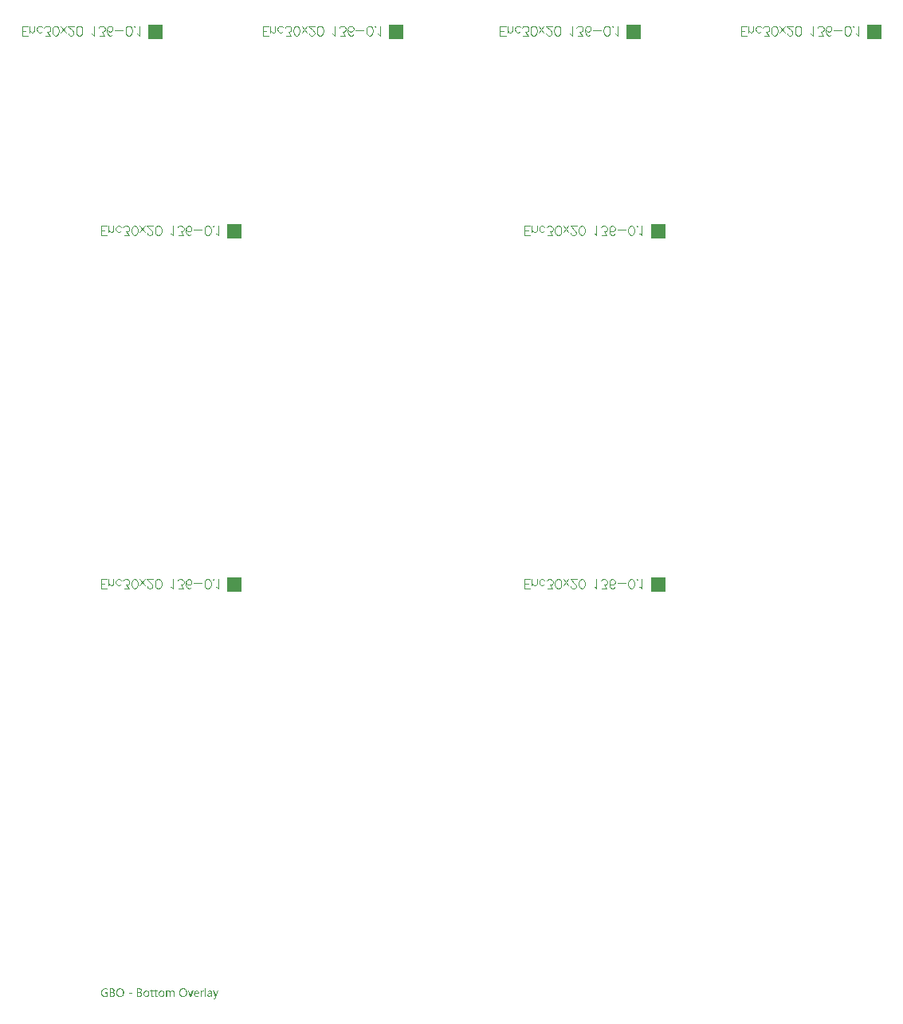
<source format=gbo>
G04*
G04 #@! TF.GenerationSoftware,Altium Limited,Altium Designer,22.11.1 (43)*
G04*
G04 Layer_Color=32896*
%FSAX26Y26*%
%MOIN*%
G70*
G04*
G04 #@! TF.SameCoordinates,4DE1539D-3C2F-4BBE-9D22-D2A5EFC50442*
G04*
G04*
G04 #@! TF.FilePolarity,Positive*
G04*
G01*
G75*
%ADD12C,0.003937*%
%ADD13R,0.062008X0.062684*%
G36*
X00716452Y-00245876D02*
X00716947Y-00245906D01*
X00717534Y-00245937D01*
X00718152Y-00245999D01*
X00718862Y-00246092D01*
X00719604Y-00246185D01*
X00720376Y-00246308D01*
X00721180Y-00246463D01*
X00721983Y-00246648D01*
X00722787Y-00246864D01*
X00723590Y-00247112D01*
X00724394Y-00247390D01*
X00725135Y-00247730D01*
X00725135Y-00252272D01*
X00725073Y-00252241D01*
X00724950Y-00252148D01*
X00724702Y-00252025D01*
X00724394Y-00251839D01*
X00723961Y-00251654D01*
X00723466Y-00251407D01*
X00722910Y-00251190D01*
X00722261Y-00250912D01*
X00721582Y-00250665D01*
X00720809Y-00250418D01*
X00719975Y-00250202D01*
X00719079Y-00250016D01*
X00718121Y-00249831D01*
X00717132Y-00249707D01*
X00716112Y-00249614D01*
X00715031Y-00249584D01*
X00714784Y-00249584D01*
X00714475Y-00249614D01*
X00714042Y-00249645D01*
X00713548Y-00249707D01*
X00712961Y-00249800D01*
X00712312Y-00249923D01*
X00711601Y-00250078D01*
X00710859Y-00250294D01*
X00710087Y-00250572D01*
X00709283Y-00250912D01*
X00708449Y-00251314D01*
X00707646Y-00251778D01*
X00706873Y-00252303D01*
X00706101Y-00252952D01*
X00705359Y-00253662D01*
X00705328Y-00253693D01*
X00705205Y-00253848D01*
X00705019Y-00254064D01*
X00704772Y-00254404D01*
X00704494Y-00254806D01*
X00704154Y-00255269D01*
X00703814Y-00255856D01*
X00703474Y-00256505D01*
X00703134Y-00257216D01*
X00702794Y-00258019D01*
X00702455Y-00258885D01*
X00702176Y-00259812D01*
X00701929Y-00260800D01*
X00701744Y-00261851D01*
X00701620Y-00262994D01*
X00701589Y-00264168D01*
X00701589Y-00264199D01*
X00701589Y-00264230D01*
X00701589Y-00264323D01*
X00701589Y-00264447D01*
X00701589Y-00264632D01*
X00701620Y-00264817D01*
X00701651Y-00265281D01*
X00701682Y-00265837D01*
X00701775Y-00266486D01*
X00701867Y-00267197D01*
X00702022Y-00267969D01*
X00702207Y-00268803D01*
X00702455Y-00269669D01*
X00702733Y-00270534D01*
X00703072Y-00271430D01*
X00703474Y-00272295D01*
X00703938Y-00273129D01*
X00704463Y-00273933D01*
X00705081Y-00274674D01*
X00705112Y-00274705D01*
X00705236Y-00274829D01*
X00705452Y-00275014D01*
X00705730Y-00275262D01*
X00706070Y-00275540D01*
X00706502Y-00275880D01*
X00706997Y-00276219D01*
X00707584Y-00276559D01*
X00708233Y-00276930D01*
X00708943Y-00277270D01*
X00709716Y-00277579D01*
X00710581Y-00277888D01*
X00711477Y-00278135D01*
X00712466Y-00278321D01*
X00713486Y-00278444D01*
X00714598Y-00278475D01*
X00715000Y-00278475D01*
X00715278Y-00278444D01*
X00715649Y-00278413D01*
X00716051Y-00278382D01*
X00716514Y-00278351D01*
X00717039Y-00278259D01*
X00717565Y-00278197D01*
X00718152Y-00278073D01*
X00719326Y-00277795D01*
X00719944Y-00277610D01*
X00720531Y-00277363D01*
X00721118Y-00277115D01*
X00721705Y-00276837D01*
X00721705Y-00266980D01*
X00714011Y-00266980D01*
X00714011Y-00263241D01*
X00725846Y-00263241D01*
X00725846Y-00279186D01*
X00725784Y-00279217D01*
X00725599Y-00279309D01*
X00725321Y-00279464D01*
X00724919Y-00279649D01*
X00724424Y-00279866D01*
X00723837Y-00280113D01*
X00723158Y-00280391D01*
X00722385Y-00280669D01*
X00721551Y-00280947D01*
X00720624Y-00281225D01*
X00719666Y-00281472D01*
X00718646Y-00281689D01*
X00717565Y-00281874D01*
X00716421Y-00282029D01*
X00715278Y-00282121D01*
X00714073Y-00282152D01*
X00713733Y-00282152D01*
X00713578Y-00282121D01*
X00713362Y-00282121D01*
X00713115Y-00282090D01*
X00712837Y-00282090D01*
X00712188Y-00281998D01*
X00711446Y-00281905D01*
X00710643Y-00281750D01*
X00709747Y-00281534D01*
X00708789Y-00281287D01*
X00707800Y-00280978D01*
X00706780Y-00280576D01*
X00705761Y-00280113D01*
X00704741Y-00279557D01*
X00703752Y-00278908D01*
X00702794Y-00278166D01*
X00701898Y-00277332D01*
X00701837Y-00277270D01*
X00701713Y-00277115D01*
X00701466Y-00276837D01*
X00701188Y-00276436D01*
X00700817Y-00275972D01*
X00700446Y-00275385D01*
X00700013Y-00274674D01*
X00699581Y-00273902D01*
X00699148Y-00273037D01*
X00698716Y-00272048D01*
X00698345Y-00270997D01*
X00697974Y-00269854D01*
X00697696Y-00268649D01*
X00697449Y-00267320D01*
X00697325Y-00265930D01*
X00697263Y-00264477D01*
X00697263Y-00264447D01*
X00697263Y-00264385D01*
X00697263Y-00264261D01*
X00697263Y-00264107D01*
X00697294Y-00263921D01*
X00697294Y-00263674D01*
X00697325Y-00263427D01*
X00697356Y-00263118D01*
X00697387Y-00262778D01*
X00697418Y-00262438D01*
X00697541Y-00261635D01*
X00697696Y-00260708D01*
X00697912Y-00259750D01*
X00698190Y-00258699D01*
X00698530Y-00257618D01*
X00698932Y-00256505D01*
X00699426Y-00255393D01*
X00700044Y-00254280D01*
X00700724Y-00253168D01*
X00701528Y-00252117D01*
X00702424Y-00251098D01*
X00702485Y-00251036D01*
X00702671Y-00250881D01*
X00702949Y-00250603D01*
X00703351Y-00250263D01*
X00703876Y-00249893D01*
X00704463Y-00249429D01*
X00705174Y-00248966D01*
X00706008Y-00248471D01*
X00706904Y-00247977D01*
X00707893Y-00247513D01*
X00708943Y-00247050D01*
X00710118Y-00246679D01*
X00711354Y-00246339D01*
X00712652Y-00246061D01*
X00714042Y-00245906D01*
X00715494Y-00245845D01*
X00716051Y-00245845D01*
X00716452Y-00245876D01*
X00716452Y-00245876D02*
G37*
G36*
X00996901Y-00255918D02*
X00997086Y-00255918D01*
X00997302Y-00255949D01*
X00997828Y-00256042D01*
X00998446Y-00256196D01*
X00999156Y-00256413D01*
X00999898Y-00256752D01*
X01000670Y-00257154D01*
X01001072Y-00257432D01*
X01001443Y-00257710D01*
X01001814Y-00258019D01*
X01002184Y-00258390D01*
X01002555Y-00258792D01*
X01002895Y-00259224D01*
X01003204Y-00259688D01*
X01003513Y-00260213D01*
X01003791Y-00260769D01*
X01004038Y-00261387D01*
X01004255Y-00262036D01*
X01004471Y-00262747D01*
X01004595Y-00263489D01*
X01004718Y-00264323D01*
X01004780Y-00265188D01*
X01004811Y-00266115D01*
X01004811Y-00281565D01*
X01000794Y-00281565D01*
X01000794Y-00267166D01*
X01000794Y-00267104D01*
X01000794Y-00266980D01*
X01000794Y-00266764D01*
X01000763Y-00266486D01*
X01000763Y-00266146D01*
X01000732Y-00265744D01*
X01000701Y-00265312D01*
X01000639Y-00264848D01*
X01000485Y-00263859D01*
X01000238Y-00262871D01*
X01000114Y-00262376D01*
X00999929Y-00261944D01*
X00999712Y-00261511D01*
X00999496Y-00261140D01*
X00999496Y-00261109D01*
X00999434Y-00261048D01*
X00999373Y-00260955D01*
X00999249Y-00260862D01*
X00999125Y-00260708D01*
X00998940Y-00260553D01*
X00998724Y-00260399D01*
X00998476Y-00260213D01*
X00998198Y-00260028D01*
X00997889Y-00259873D01*
X00997519Y-00259719D01*
X00997148Y-00259564D01*
X00996715Y-00259472D01*
X00996221Y-00259379D01*
X00995726Y-00259317D01*
X00995170Y-00259286D01*
X00994923Y-00259286D01*
X00994738Y-00259317D01*
X00994521Y-00259348D01*
X00994274Y-00259410D01*
X00993656Y-00259564D01*
X00993316Y-00259688D01*
X00992976Y-00259873D01*
X00992606Y-00260059D01*
X00992266Y-00260275D01*
X00991895Y-00260553D01*
X00991524Y-00260862D01*
X00991153Y-00261233D01*
X00990813Y-00261635D01*
X00990782Y-00261666D01*
X00990751Y-00261727D01*
X00990659Y-00261882D01*
X00990535Y-00262036D01*
X00990412Y-00262284D01*
X00990257Y-00262562D01*
X00990072Y-00262871D01*
X00989917Y-00263211D01*
X00989763Y-00263612D01*
X00989577Y-00264045D01*
X00989423Y-00264508D01*
X00989299Y-00265003D01*
X00989176Y-00265528D01*
X00989114Y-00266084D01*
X00989052Y-00266640D01*
X00989021Y-00267258D01*
X00989021Y-00281565D01*
X00985004Y-00281565D01*
X00985004Y-00266671D01*
X00985004Y-00266640D01*
X00985004Y-00266579D01*
X00985004Y-00266486D01*
X00985004Y-00266362D01*
X00984973Y-00266177D01*
X00984973Y-00265991D01*
X00984911Y-00265528D01*
X00984819Y-00264972D01*
X00984695Y-00264323D01*
X00984541Y-00263674D01*
X00984293Y-00262963D01*
X00983984Y-00262284D01*
X00983614Y-00261635D01*
X00983150Y-00260986D01*
X00982594Y-00260430D01*
X00981945Y-00259966D01*
X00981574Y-00259781D01*
X00981173Y-00259595D01*
X00980740Y-00259472D01*
X00980307Y-00259379D01*
X00979813Y-00259317D01*
X00979288Y-00259286D01*
X00979040Y-00259286D01*
X00978855Y-00259317D01*
X00978608Y-00259348D01*
X00978361Y-00259410D01*
X00977743Y-00259564D01*
X00977403Y-00259688D01*
X00977063Y-00259842D01*
X00976692Y-00259997D01*
X00976321Y-00260213D01*
X00975950Y-00260491D01*
X00975580Y-00260769D01*
X00975240Y-00261109D01*
X00974900Y-00261511D01*
X00974869Y-00261542D01*
X00974838Y-00261604D01*
X00974745Y-00261727D01*
X00974622Y-00261913D01*
X00974498Y-00262129D01*
X00974375Y-00262376D01*
X00974220Y-00262685D01*
X00974066Y-00263056D01*
X00973880Y-00263458D01*
X00973726Y-00263890D01*
X00973602Y-00264354D01*
X00973478Y-00264848D01*
X00973355Y-00265404D01*
X00973262Y-00265991D01*
X00973231Y-00266610D01*
X00973200Y-00267258D01*
X00973200Y-00281565D01*
X00969183Y-00281565D01*
X00969183Y-00256474D01*
X00973200Y-00256474D01*
X00973200Y-00260460D01*
X00973293Y-00260460D01*
X00973324Y-00260399D01*
X00973417Y-00260275D01*
X00973571Y-00260028D01*
X00973787Y-00259750D01*
X00974066Y-00259410D01*
X00974405Y-00259008D01*
X00974807Y-00258606D01*
X00975271Y-00258174D01*
X00975796Y-00257741D01*
X00976383Y-00257339D01*
X00977032Y-00256938D01*
X00977712Y-00256598D01*
X00978484Y-00256320D01*
X00979318Y-00256073D01*
X00980184Y-00255949D01*
X00981111Y-00255887D01*
X00981358Y-00255887D01*
X00981543Y-00255918D01*
X00981760Y-00255918D01*
X00982038Y-00255949D01*
X00982316Y-00256011D01*
X00982625Y-00256073D01*
X00983336Y-00256227D01*
X00984077Y-00256505D01*
X00984819Y-00256845D01*
X00985189Y-00257092D01*
X00985560Y-00257339D01*
X00985591Y-00257370D01*
X00985653Y-00257401D01*
X00985746Y-00257494D01*
X00985869Y-00257587D01*
X00986209Y-00257927D01*
X00986611Y-00258328D01*
X00987043Y-00258885D01*
X00987476Y-00259533D01*
X00987878Y-00260275D01*
X00988187Y-00261109D01*
X00988218Y-00261048D01*
X00988310Y-00260893D01*
X00988496Y-00260615D01*
X00988712Y-00260306D01*
X00989021Y-00259904D01*
X00989361Y-00259441D01*
X00989794Y-00258977D01*
X00990288Y-00258483D01*
X00990844Y-00258019D01*
X00991462Y-00257525D01*
X00992142Y-00257092D01*
X00992884Y-00256691D01*
X00993718Y-00256382D01*
X00994583Y-00256103D01*
X00995541Y-00255949D01*
X00996530Y-00255887D01*
X00996746Y-00255887D01*
X00996901Y-00255918D01*
X00996901Y-00255918D02*
G37*
G36*
X01125506Y-00256073D02*
X01125846Y-00256073D01*
X01126217Y-00256134D01*
X01126619Y-00256196D01*
X01127021Y-00256258D01*
X01127360Y-00256382D01*
X01127360Y-00260553D01*
X01127299Y-00260522D01*
X01127175Y-00260430D01*
X01126928Y-00260306D01*
X01126588Y-00260151D01*
X01126124Y-00259997D01*
X01125630Y-00259873D01*
X01125012Y-00259781D01*
X01124301Y-00259750D01*
X01124054Y-00259750D01*
X01123869Y-00259781D01*
X01123652Y-00259812D01*
X01123405Y-00259873D01*
X01122818Y-00260059D01*
X01122478Y-00260182D01*
X01122138Y-00260337D01*
X01121767Y-00260553D01*
X01121397Y-00260769D01*
X01121057Y-00261048D01*
X01120686Y-00261387D01*
X01120346Y-00261758D01*
X01120006Y-00262191D01*
X01119975Y-00262222D01*
X01119944Y-00262314D01*
X01119852Y-00262438D01*
X01119728Y-00262623D01*
X01119604Y-00262871D01*
X01119450Y-00263180D01*
X01119295Y-00263519D01*
X01119141Y-00263921D01*
X01118986Y-00264354D01*
X01118832Y-00264848D01*
X01118678Y-00265404D01*
X01118554Y-00265991D01*
X01118430Y-00266640D01*
X01118338Y-00267320D01*
X01118307Y-00268031D01*
X01118276Y-00268803D01*
X01118276Y-00281565D01*
X01114259Y-00281565D01*
X01114259Y-00256474D01*
X01118276Y-00256474D01*
X01118276Y-00261666D01*
X01118369Y-00261666D01*
X01118369Y-00261635D01*
X01118399Y-00261542D01*
X01118461Y-00261418D01*
X01118523Y-00261233D01*
X01118616Y-00261017D01*
X01118739Y-00260738D01*
X01119017Y-00260151D01*
X01119388Y-00259472D01*
X01119852Y-00258792D01*
X01120377Y-00258143D01*
X01120995Y-00257525D01*
X01121026Y-00257494D01*
X01121088Y-00257463D01*
X01121180Y-00257401D01*
X01121304Y-00257278D01*
X01121458Y-00257185D01*
X01121675Y-00257061D01*
X01122138Y-00256783D01*
X01122725Y-00256505D01*
X01123405Y-00256258D01*
X01124147Y-00256103D01*
X01124549Y-00256073D01*
X01124950Y-00256042D01*
X01125197Y-00256042D01*
X01125506Y-00256073D01*
X01125506Y-00256073D02*
G37*
G36*
X00826642Y-00269174D02*
X00813262Y-00269174D01*
X00813262Y-00266022D01*
X00826642Y-00266022D01*
X00826642Y-00269174D01*
X00826642Y-00269174D02*
G37*
G36*
X01177820Y-00285582D02*
X01177820Y-00285613D01*
X01177789Y-00285675D01*
X01177727Y-00285767D01*
X01177666Y-00285922D01*
X01177604Y-00286107D01*
X01177511Y-00286293D01*
X01177264Y-00286787D01*
X01176924Y-00287374D01*
X01176553Y-00288054D01*
X01176090Y-00288734D01*
X01175564Y-00289476D01*
X01174977Y-00290186D01*
X01174328Y-00290897D01*
X01173618Y-00291577D01*
X01172845Y-00292164D01*
X01172011Y-00292658D01*
X01171578Y-00292844D01*
X01171115Y-00293029D01*
X01170651Y-00293183D01*
X01170157Y-00293276D01*
X01169662Y-00293338D01*
X01169137Y-00293369D01*
X01168890Y-00293369D01*
X01168581Y-00293338D01*
X01168210Y-00293338D01*
X01167809Y-00293276D01*
X01167376Y-00293214D01*
X01166912Y-00293153D01*
X01166511Y-00293029D01*
X01166511Y-00289445D01*
X01166572Y-00289476D01*
X01166727Y-00289506D01*
X01166974Y-00289568D01*
X01167283Y-00289661D01*
X01167654Y-00289754D01*
X01168056Y-00289815D01*
X01168488Y-00289846D01*
X01168890Y-00289877D01*
X01169014Y-00289877D01*
X01169168Y-00289846D01*
X01169384Y-00289815D01*
X01169632Y-00289754D01*
X01169941Y-00289692D01*
X01170250Y-00289568D01*
X01170620Y-00289414D01*
X01170960Y-00289228D01*
X01171362Y-00288981D01*
X01171733Y-00288703D01*
X01172104Y-00288363D01*
X01172474Y-00287930D01*
X01172845Y-00287467D01*
X01173154Y-00286911D01*
X01173463Y-00286262D01*
X01175472Y-00281534D01*
X01165676Y-00256474D01*
X01170126Y-00256474D01*
X01176924Y-00275787D01*
X01176924Y-00275818D01*
X01176955Y-00275880D01*
X01176986Y-00275972D01*
X01177048Y-00276158D01*
X01177109Y-00276405D01*
X01177171Y-00276745D01*
X01177295Y-00277177D01*
X01177418Y-00277703D01*
X01177573Y-00277703D01*
X01177573Y-00277672D01*
X01177604Y-00277579D01*
X01177635Y-00277455D01*
X01177697Y-00277239D01*
X01177758Y-00276992D01*
X01177820Y-00276683D01*
X01177944Y-00276281D01*
X01178067Y-00275849D01*
X01185205Y-00256474D01*
X01189346Y-00256474D01*
X01177820Y-00285582D01*
X01177820Y-00285582D02*
G37*
G36*
X01073718Y-00281565D02*
X01069763Y-00281565D01*
X01060276Y-00256474D01*
X01064664Y-00256474D01*
X01071061Y-00274705D01*
X01071061Y-00274736D01*
X01071091Y-00274798D01*
X01071122Y-00274891D01*
X01071184Y-00275045D01*
X01071246Y-00275231D01*
X01071308Y-00275416D01*
X01071431Y-00275910D01*
X01071586Y-00276436D01*
X01071740Y-00277023D01*
X01071833Y-00277641D01*
X01071926Y-00278228D01*
X01072018Y-00278228D01*
X01072018Y-00278197D01*
X01072018Y-00278135D01*
X01072049Y-00278043D01*
X01072080Y-00277919D01*
X01072080Y-00277733D01*
X01072142Y-00277548D01*
X01072204Y-00277085D01*
X01072328Y-00276559D01*
X01072451Y-00276003D01*
X01072637Y-00275416D01*
X01072822Y-00274829D01*
X01079465Y-00256474D01*
X01083699Y-00256474D01*
X01073718Y-00281565D01*
X01073718Y-00281565D02*
G37*
G36*
X01153347Y-00255918D02*
X01153564Y-00255918D01*
X01153780Y-00255949D01*
X01154058Y-00255980D01*
X01154367Y-00256042D01*
X01155016Y-00256165D01*
X01155788Y-00256382D01*
X01156561Y-00256660D01*
X01157395Y-00257061D01*
X01158229Y-00257556D01*
X01158631Y-00257834D01*
X01159033Y-00258174D01*
X01159404Y-00258545D01*
X01159774Y-00258915D01*
X01160114Y-00259348D01*
X01160423Y-00259842D01*
X01160732Y-00260337D01*
X01161011Y-00260893D01*
X01161227Y-00261511D01*
X01161443Y-00262160D01*
X01161598Y-00262840D01*
X01161721Y-00263612D01*
X01161783Y-00264385D01*
X01161814Y-00265250D01*
X01161814Y-00281565D01*
X01157797Y-00281565D01*
X01157797Y-00277672D01*
X01157704Y-00277672D01*
X01157673Y-00277733D01*
X01157581Y-00277857D01*
X01157426Y-00278073D01*
X01157210Y-00278382D01*
X01156932Y-00278722D01*
X01156592Y-00279093D01*
X01156221Y-00279495D01*
X01155757Y-00279897D01*
X01155232Y-00280329D01*
X01154676Y-00280731D01*
X01154027Y-00281102D01*
X01153347Y-00281442D01*
X01152575Y-00281750D01*
X01151771Y-00281967D01*
X01150906Y-00282090D01*
X01149979Y-00282152D01*
X01149608Y-00282152D01*
X01149361Y-00282121D01*
X01149052Y-00282090D01*
X01148681Y-00282060D01*
X01148280Y-00281998D01*
X01147847Y-00281905D01*
X01146889Y-00281658D01*
X01146426Y-00281503D01*
X01145931Y-00281318D01*
X01145437Y-00281102D01*
X01144973Y-00280824D01*
X01144541Y-00280514D01*
X01144108Y-00280175D01*
X01144077Y-00280144D01*
X01144015Y-00280082D01*
X01143923Y-00279958D01*
X01143768Y-00279804D01*
X01143614Y-00279618D01*
X01143459Y-00279371D01*
X01143243Y-00279093D01*
X01143058Y-00278784D01*
X01142872Y-00278413D01*
X01142687Y-00278012D01*
X01142501Y-00277579D01*
X01142347Y-00277115D01*
X01142192Y-00276621D01*
X01142100Y-00276096D01*
X01142038Y-00275509D01*
X01142007Y-00274922D01*
X01142007Y-00274891D01*
X01142007Y-00274829D01*
X01142007Y-00274736D01*
X01142038Y-00274613D01*
X01142038Y-00274458D01*
X01142069Y-00274273D01*
X01142131Y-00273809D01*
X01142254Y-00273253D01*
X01142440Y-00272635D01*
X01142687Y-00271955D01*
X01143058Y-00271245D01*
X01143490Y-00270534D01*
X01144015Y-00269823D01*
X01144355Y-00269483D01*
X01144695Y-00269143D01*
X01145097Y-00268803D01*
X01145499Y-00268494D01*
X01145962Y-00268185D01*
X01146457Y-00267907D01*
X01146982Y-00267660D01*
X01147569Y-00267413D01*
X01148187Y-00267197D01*
X01148836Y-00267011D01*
X01149547Y-00266857D01*
X01150288Y-00266733D01*
X01157797Y-00265683D01*
X01157797Y-00265652D01*
X01157797Y-00265621D01*
X01157797Y-00265528D01*
X01157797Y-00265404D01*
X01157766Y-00265095D01*
X01157704Y-00264694D01*
X01157642Y-00264199D01*
X01157519Y-00263643D01*
X01157364Y-00263087D01*
X01157148Y-00262469D01*
X01156870Y-00261882D01*
X01156530Y-00261295D01*
X01156128Y-00260769D01*
X01155634Y-00260275D01*
X01155016Y-00259873D01*
X01154336Y-00259564D01*
X01153965Y-00259441D01*
X01153533Y-00259348D01*
X01153100Y-00259317D01*
X01152637Y-00259286D01*
X01152420Y-00259286D01*
X01152204Y-00259317D01*
X01151864Y-00259348D01*
X01151462Y-00259379D01*
X01150999Y-00259441D01*
X01150474Y-00259533D01*
X01149917Y-00259657D01*
X01149299Y-00259842D01*
X01148650Y-00260028D01*
X01147971Y-00260275D01*
X01147260Y-00260584D01*
X01146549Y-00260955D01*
X01145839Y-00261356D01*
X01145128Y-00261820D01*
X01144448Y-00262376D01*
X01144448Y-00258267D01*
X01144479Y-00258236D01*
X01144603Y-00258174D01*
X01144819Y-00258050D01*
X01145097Y-00257896D01*
X01145468Y-00257710D01*
X01145870Y-00257525D01*
X01146364Y-00257309D01*
X01146920Y-00257061D01*
X01147507Y-00256845D01*
X01148156Y-00256629D01*
X01148867Y-00256443D01*
X01149608Y-00256258D01*
X01150412Y-00256103D01*
X01151215Y-00255980D01*
X01152080Y-00255918D01*
X01152976Y-00255887D01*
X01153193Y-00255887D01*
X01153347Y-00255918D01*
X01153347Y-00255918D02*
G37*
G36*
X01135734Y-00281565D02*
X01131717Y-00281565D01*
X01131717Y-00244423D01*
X01135734Y-00244423D01*
X01135734Y-00281565D01*
X01135734Y-00281565D02*
G37*
G36*
X00858901Y-00246463D02*
X00859272Y-00246494D01*
X00859705Y-00246555D01*
X00860199Y-00246617D01*
X00860755Y-00246710D01*
X00861311Y-00246833D01*
X00861899Y-00246988D01*
X00862516Y-00247173D01*
X00863104Y-00247390D01*
X00863722Y-00247637D01*
X00864278Y-00247946D01*
X00864834Y-00248286D01*
X00865359Y-00248688D01*
X00865390Y-00248718D01*
X00865483Y-00248780D01*
X00865606Y-00248904D01*
X00865761Y-00249089D01*
X00865977Y-00249305D01*
X00866194Y-00249584D01*
X00866441Y-00249893D01*
X00866688Y-00250232D01*
X00866935Y-00250634D01*
X00867182Y-00251067D01*
X00867399Y-00251561D01*
X00867615Y-00252056D01*
X00867769Y-00252612D01*
X00867893Y-00253199D01*
X00867986Y-00253817D01*
X00868017Y-00254466D01*
X00868017Y-00254497D01*
X00868017Y-00254589D01*
X00868017Y-00254744D01*
X00867986Y-00254960D01*
X00867955Y-00255238D01*
X00867924Y-00255516D01*
X00867893Y-00255856D01*
X00867831Y-00256227D01*
X00867615Y-00257061D01*
X00867337Y-00257927D01*
X00867152Y-00258390D01*
X00866935Y-00258823D01*
X00866688Y-00259255D01*
X00866410Y-00259688D01*
X00866379Y-00259719D01*
X00866348Y-00259781D01*
X00866255Y-00259904D01*
X00866101Y-00260059D01*
X00865946Y-00260213D01*
X00865761Y-00260430D01*
X00865514Y-00260646D01*
X00865267Y-00260893D01*
X00864958Y-00261140D01*
X00864618Y-00261418D01*
X00864247Y-00261666D01*
X00863845Y-00261944D01*
X00863413Y-00262191D01*
X00862980Y-00262407D01*
X00861960Y-00262809D01*
X00861960Y-00262901D01*
X00861991Y-00262901D01*
X00862115Y-00262932D01*
X00862300Y-00262963D01*
X00862547Y-00262994D01*
X00862856Y-00263056D01*
X00863196Y-00263149D01*
X00863598Y-00263272D01*
X00864000Y-00263396D01*
X00864896Y-00263736D01*
X00865390Y-00263952D01*
X00865854Y-00264230D01*
X00866317Y-00264508D01*
X00866781Y-00264817D01*
X00867244Y-00265188D01*
X00867646Y-00265590D01*
X00867677Y-00265621D01*
X00867739Y-00265683D01*
X00867831Y-00265806D01*
X00867986Y-00265991D01*
X00868140Y-00266239D01*
X00868326Y-00266486D01*
X00868511Y-00266826D01*
X00868727Y-00267166D01*
X00868913Y-00267567D01*
X00869098Y-00268031D01*
X00869284Y-00268494D01*
X00869438Y-00269020D01*
X00869593Y-00269607D01*
X00869685Y-00270194D01*
X00869747Y-00270812D01*
X00869778Y-00271492D01*
X00869778Y-00271553D01*
X00869778Y-00271677D01*
X00869747Y-00271924D01*
X00869716Y-00272233D01*
X00869685Y-00272635D01*
X00869593Y-00273068D01*
X00869500Y-00273562D01*
X00869376Y-00274087D01*
X00869191Y-00274674D01*
X00868975Y-00275262D01*
X00868727Y-00275849D01*
X00868418Y-00276467D01*
X00868048Y-00277085D01*
X00867615Y-00277672D01*
X00867121Y-00278228D01*
X00866534Y-00278784D01*
X00866503Y-00278815D01*
X00866379Y-00278908D01*
X00866194Y-00279031D01*
X00865946Y-00279217D01*
X00865637Y-00279433D01*
X00865236Y-00279649D01*
X00864803Y-00279927D01*
X00864309Y-00280175D01*
X00863722Y-00280422D01*
X00863104Y-00280669D01*
X00862455Y-00280916D01*
X00861713Y-00281132D01*
X00860941Y-00281318D01*
X00860137Y-00281442D01*
X00859272Y-00281534D01*
X00858376Y-00281565D01*
X00848148Y-00281565D01*
X00848148Y-00246432D01*
X00858561Y-00246432D01*
X00858901Y-00246463D01*
X00858901Y-00246463D02*
G37*
G36*
X00744757Y-00246463D02*
X00745127Y-00246494D01*
X00745560Y-00246555D01*
X00746054Y-00246617D01*
X00746611Y-00246710D01*
X00747167Y-00246833D01*
X00747754Y-00246988D01*
X00748372Y-00247173D01*
X00748959Y-00247390D01*
X00749577Y-00247637D01*
X00750133Y-00247946D01*
X00750689Y-00248286D01*
X00751215Y-00248688D01*
X00751246Y-00248718D01*
X00751338Y-00248780D01*
X00751462Y-00248904D01*
X00751616Y-00249089D01*
X00751833Y-00249305D01*
X00752049Y-00249584D01*
X00752296Y-00249893D01*
X00752543Y-00250232D01*
X00752791Y-00250634D01*
X00753038Y-00251067D01*
X00753254Y-00251561D01*
X00753470Y-00252056D01*
X00753625Y-00252612D01*
X00753749Y-00253199D01*
X00753841Y-00253817D01*
X00753872Y-00254466D01*
X00753872Y-00254497D01*
X00753872Y-00254589D01*
X00753872Y-00254744D01*
X00753841Y-00254960D01*
X00753810Y-00255238D01*
X00753779Y-00255516D01*
X00753749Y-00255856D01*
X00753687Y-00256227D01*
X00753470Y-00257061D01*
X00753192Y-00257927D01*
X00753007Y-00258390D01*
X00752791Y-00258823D01*
X00752543Y-00259255D01*
X00752265Y-00259688D01*
X00752234Y-00259719D01*
X00752203Y-00259781D01*
X00752111Y-00259904D01*
X00751956Y-00260059D01*
X00751802Y-00260213D01*
X00751616Y-00260430D01*
X00751369Y-00260646D01*
X00751122Y-00260893D01*
X00750813Y-00261140D01*
X00750473Y-00261418D01*
X00750102Y-00261666D01*
X00749701Y-00261944D01*
X00749268Y-00262191D01*
X00748835Y-00262407D01*
X00747816Y-00262809D01*
X00747816Y-00262901D01*
X00747847Y-00262901D01*
X00747970Y-00262932D01*
X00748156Y-00262963D01*
X00748403Y-00262994D01*
X00748712Y-00263056D01*
X00749052Y-00263149D01*
X00749453Y-00263272D01*
X00749855Y-00263396D01*
X00750751Y-00263736D01*
X00751246Y-00263952D01*
X00751709Y-00264230D01*
X00752173Y-00264508D01*
X00752636Y-00264817D01*
X00753100Y-00265188D01*
X00753501Y-00265590D01*
X00753532Y-00265621D01*
X00753594Y-00265683D01*
X00753687Y-00265806D01*
X00753841Y-00265991D01*
X00753996Y-00266239D01*
X00754181Y-00266486D01*
X00754366Y-00266826D01*
X00754583Y-00267166D01*
X00754768Y-00267567D01*
X00754954Y-00268031D01*
X00755139Y-00268494D01*
X00755293Y-00269020D01*
X00755448Y-00269607D01*
X00755541Y-00270194D01*
X00755602Y-00270812D01*
X00755633Y-00271492D01*
X00755633Y-00271553D01*
X00755633Y-00271677D01*
X00755602Y-00271924D01*
X00755572Y-00272233D01*
X00755541Y-00272635D01*
X00755448Y-00273068D01*
X00755355Y-00273562D01*
X00755232Y-00274087D01*
X00755046Y-00274674D01*
X00754830Y-00275262D01*
X00754583Y-00275849D01*
X00754274Y-00276467D01*
X00753903Y-00277085D01*
X00753470Y-00277672D01*
X00752976Y-00278228D01*
X00752389Y-00278784D01*
X00752358Y-00278815D01*
X00752234Y-00278908D01*
X00752049Y-00279031D01*
X00751802Y-00279217D01*
X00751493Y-00279433D01*
X00751091Y-00279649D01*
X00750659Y-00279927D01*
X00750164Y-00280175D01*
X00749577Y-00280422D01*
X00748959Y-00280669D01*
X00748310Y-00280916D01*
X00747568Y-00281132D01*
X00746796Y-00281318D01*
X00745993Y-00281442D01*
X00745127Y-00281534D01*
X00744231Y-00281565D01*
X00734003Y-00281565D01*
X00734003Y-00246432D01*
X00744417Y-00246432D01*
X00744757Y-00246463D01*
X00744757Y-00246463D02*
G37*
G36*
X00928086Y-00256474D02*
X00934421Y-00256474D01*
X00934421Y-00259935D01*
X00928086Y-00259935D01*
X00928086Y-00274056D01*
X00928086Y-00274087D01*
X00928086Y-00274180D01*
X00928086Y-00274304D01*
X00928086Y-00274458D01*
X00928117Y-00274674D01*
X00928148Y-00274922D01*
X00928210Y-00275447D01*
X00928303Y-00276065D01*
X00928457Y-00276652D01*
X00928673Y-00277208D01*
X00928797Y-00277455D01*
X00928952Y-00277672D01*
X00928982Y-00277703D01*
X00929106Y-00277826D01*
X00929322Y-00278012D01*
X00929631Y-00278197D01*
X00930033Y-00278413D01*
X00930527Y-00278568D01*
X00931115Y-00278691D01*
X00931794Y-00278753D01*
X00932042Y-00278753D01*
X00932320Y-00278722D01*
X00932690Y-00278661D01*
X00933092Y-00278537D01*
X00933556Y-00278413D01*
X00933988Y-00278197D01*
X00934421Y-00277919D01*
X00934421Y-00281349D01*
X00934390Y-00281349D01*
X00934359Y-00281380D01*
X00934266Y-00281411D01*
X00934174Y-00281472D01*
X00933834Y-00281596D01*
X00933432Y-00281720D01*
X00932876Y-00281843D01*
X00932227Y-00281967D01*
X00931485Y-00282060D01*
X00930651Y-00282090D01*
X00930373Y-00282090D01*
X00930033Y-00282029D01*
X00929631Y-00281967D01*
X00929137Y-00281874D01*
X00928581Y-00281689D01*
X00927963Y-00281472D01*
X00927376Y-00281163D01*
X00926758Y-00280793D01*
X00926140Y-00280298D01*
X00925583Y-00279711D01*
X00925336Y-00279371D01*
X00925089Y-00279000D01*
X00924873Y-00278599D01*
X00924687Y-00278166D01*
X00924502Y-00277703D01*
X00924347Y-00277177D01*
X00924224Y-00276652D01*
X00924131Y-00276065D01*
X00924100Y-00275447D01*
X00924069Y-00274767D01*
X00924069Y-00259935D01*
X00919774Y-00259935D01*
X00919774Y-00256474D01*
X00924069Y-00256474D01*
X00924069Y-00250356D01*
X00928086Y-00249058D01*
X00928086Y-00256474D01*
X00928086Y-00256474D02*
G37*
G36*
X00911091Y-00256474D02*
X00917426Y-00256474D01*
X00917426Y-00259935D01*
X00911091Y-00259935D01*
X00911091Y-00274056D01*
X00911091Y-00274087D01*
X00911091Y-00274180D01*
X00911091Y-00274304D01*
X00911091Y-00274458D01*
X00911122Y-00274674D01*
X00911153Y-00274922D01*
X00911215Y-00275447D01*
X00911308Y-00276065D01*
X00911462Y-00276652D01*
X00911678Y-00277208D01*
X00911802Y-00277455D01*
X00911957Y-00277672D01*
X00911987Y-00277703D01*
X00912111Y-00277826D01*
X00912327Y-00278012D01*
X00912636Y-00278197D01*
X00913038Y-00278413D01*
X00913532Y-00278568D01*
X00914120Y-00278691D01*
X00914799Y-00278753D01*
X00915047Y-00278753D01*
X00915325Y-00278722D01*
X00915695Y-00278661D01*
X00916097Y-00278537D01*
X00916561Y-00278413D01*
X00916993Y-00278197D01*
X00917426Y-00277919D01*
X00917426Y-00281349D01*
X00917395Y-00281349D01*
X00917364Y-00281380D01*
X00917271Y-00281411D01*
X00917179Y-00281472D01*
X00916839Y-00281596D01*
X00916437Y-00281720D01*
X00915881Y-00281843D01*
X00915232Y-00281967D01*
X00914490Y-00282060D01*
X00913656Y-00282090D01*
X00913378Y-00282090D01*
X00913038Y-00282029D01*
X00912636Y-00281967D01*
X00912142Y-00281874D01*
X00911586Y-00281689D01*
X00910968Y-00281472D01*
X00910381Y-00281163D01*
X00909763Y-00280793D01*
X00909145Y-00280298D01*
X00908588Y-00279711D01*
X00908341Y-00279371D01*
X00908094Y-00279000D01*
X00907878Y-00278599D01*
X00907692Y-00278166D01*
X00907507Y-00277703D01*
X00907352Y-00277177D01*
X00907229Y-00276652D01*
X00907136Y-00276065D01*
X00907105Y-00275447D01*
X00907074Y-00274767D01*
X00907074Y-00259935D01*
X00902779Y-00259935D01*
X00902779Y-00256474D01*
X00907074Y-00256474D01*
X00907074Y-00250356D01*
X00911091Y-00249058D01*
X00911091Y-00256474D01*
X00911091Y-00256474D02*
G37*
G36*
X01098345Y-00255918D02*
X01098685Y-00255949D01*
X01099118Y-00255980D01*
X01099581Y-00256042D01*
X01100107Y-00256165D01*
X01100663Y-00256289D01*
X01101281Y-00256443D01*
X01101899Y-00256660D01*
X01102517Y-00256938D01*
X01103166Y-00257247D01*
X01103784Y-00257618D01*
X01104371Y-00258050D01*
X01104958Y-00258545D01*
X01105483Y-00259101D01*
X01105514Y-00259132D01*
X01105607Y-00259255D01*
X01105730Y-00259441D01*
X01105916Y-00259688D01*
X01106101Y-00259997D01*
X01106348Y-00260399D01*
X01106596Y-00260862D01*
X01106843Y-00261387D01*
X01107090Y-00262005D01*
X01107337Y-00262654D01*
X01107584Y-00263396D01*
X01107770Y-00264168D01*
X01107955Y-00265034D01*
X01108079Y-00265930D01*
X01108171Y-00266918D01*
X01108202Y-00267938D01*
X01108202Y-00270039D01*
X01090466Y-00270039D01*
X01090466Y-00270101D01*
X01090466Y-00270225D01*
X01090497Y-00270441D01*
X01090528Y-00270719D01*
X01090559Y-00271090D01*
X01090620Y-00271492D01*
X01090682Y-00271924D01*
X01090806Y-00272419D01*
X01091084Y-00273469D01*
X01091269Y-00273995D01*
X01091486Y-00274551D01*
X01091733Y-00275076D01*
X01092011Y-00275601D01*
X01092351Y-00276065D01*
X01092722Y-00276528D01*
X01092752Y-00276559D01*
X01092814Y-00276621D01*
X01092938Y-00276745D01*
X01093123Y-00276868D01*
X01093340Y-00277054D01*
X01093618Y-00277239D01*
X01093927Y-00277455D01*
X01094266Y-00277641D01*
X01094668Y-00277857D01*
X01095132Y-00278073D01*
X01095595Y-00278259D01*
X01096151Y-00278444D01*
X01096708Y-00278568D01*
X01097326Y-00278691D01*
X01097975Y-00278753D01*
X01098654Y-00278784D01*
X01098840Y-00278784D01*
X01099056Y-00278753D01*
X01099365Y-00278753D01*
X01099736Y-00278691D01*
X01100168Y-00278630D01*
X01100663Y-00278537D01*
X01101219Y-00278444D01*
X01101806Y-00278290D01*
X01102424Y-00278104D01*
X01103073Y-00277888D01*
X01103722Y-00277610D01*
X01104402Y-00277301D01*
X01105082Y-00276930D01*
X01105761Y-00276498D01*
X01106441Y-00276003D01*
X01106441Y-00279773D01*
X01106410Y-00279804D01*
X01106287Y-00279866D01*
X01106101Y-00279989D01*
X01105854Y-00280144D01*
X01105514Y-00280329D01*
X01105112Y-00280514D01*
X01104649Y-00280731D01*
X01104124Y-00280947D01*
X01103506Y-00281194D01*
X01102857Y-00281411D01*
X01102146Y-00281596D01*
X01101373Y-00281781D01*
X01100539Y-00281936D01*
X01099643Y-00282060D01*
X01098685Y-00282121D01*
X01097696Y-00282152D01*
X01097449Y-00282152D01*
X01097202Y-00282121D01*
X01096831Y-00282090D01*
X01096368Y-00282060D01*
X01095842Y-00281967D01*
X01095286Y-00281874D01*
X01094668Y-00281720D01*
X01094019Y-00281534D01*
X01093340Y-00281318D01*
X01092629Y-00281040D01*
X01091949Y-00280731D01*
X01091238Y-00280329D01*
X01090589Y-00279866D01*
X01089940Y-00279340D01*
X01089353Y-00278753D01*
X01089322Y-00278722D01*
X01089230Y-00278599D01*
X01089075Y-00278382D01*
X01088890Y-00278104D01*
X01088643Y-00277764D01*
X01088396Y-00277332D01*
X01088117Y-00276837D01*
X01087839Y-00276250D01*
X01087561Y-00275632D01*
X01087283Y-00274891D01*
X01087036Y-00274118D01*
X01086789Y-00273253D01*
X01086603Y-00272326D01*
X01086449Y-00271337D01*
X01086356Y-00270256D01*
X01086325Y-00269143D01*
X01086325Y-00269112D01*
X01086325Y-00269082D01*
X01086325Y-00268989D01*
X01086325Y-00268896D01*
X01086356Y-00268587D01*
X01086387Y-00268154D01*
X01086418Y-00267660D01*
X01086511Y-00267104D01*
X01086603Y-00266455D01*
X01086727Y-00265744D01*
X01086912Y-00265003D01*
X01087129Y-00264230D01*
X01087407Y-00263427D01*
X01087716Y-00262623D01*
X01088086Y-00261851D01*
X01088550Y-00261048D01*
X01089044Y-00260306D01*
X01089631Y-00259595D01*
X01089662Y-00259564D01*
X01089786Y-00259441D01*
X01089971Y-00259255D01*
X01090219Y-00259008D01*
X01090559Y-00258730D01*
X01090960Y-00258421D01*
X01091393Y-00258081D01*
X01091918Y-00257741D01*
X01092474Y-00257401D01*
X01093123Y-00257061D01*
X01093803Y-00256752D01*
X01094514Y-00256474D01*
X01095286Y-00256227D01*
X01096120Y-00256042D01*
X01096986Y-00255918D01*
X01097882Y-00255887D01*
X01098098Y-00255887D01*
X01098345Y-00255918D01*
X01098345Y-00255918D02*
G37*
G36*
X01041953Y-00245876D02*
X01042169Y-00245876D01*
X01042385Y-00245906D01*
X01042664Y-00245906D01*
X01043282Y-00245999D01*
X01043992Y-00246092D01*
X01044796Y-00246246D01*
X01045661Y-00246463D01*
X01046557Y-00246710D01*
X01047515Y-00247050D01*
X01048473Y-00247452D01*
X01049461Y-00247915D01*
X01050450Y-00248471D01*
X01051377Y-00249120D01*
X01052304Y-00249893D01*
X01053169Y-00250758D01*
X01053231Y-00250820D01*
X01053355Y-00250974D01*
X01053571Y-00251252D01*
X01053880Y-00251654D01*
X01054189Y-00252148D01*
X01054591Y-00252735D01*
X01054993Y-00253415D01*
X01055394Y-00254188D01*
X01055796Y-00255084D01*
X01056198Y-00256042D01*
X01056599Y-00257092D01*
X01056939Y-00258236D01*
X01057217Y-00259472D01*
X01057434Y-00260769D01*
X01057557Y-00262129D01*
X01057619Y-00263581D01*
X01057619Y-00263612D01*
X01057619Y-00263674D01*
X01057619Y-00263798D01*
X01057619Y-00263952D01*
X01057588Y-00264168D01*
X01057588Y-00264416D01*
X01057557Y-00264694D01*
X01057557Y-00265003D01*
X01057526Y-00265343D01*
X01057495Y-00265713D01*
X01057372Y-00266548D01*
X01057248Y-00267506D01*
X01057063Y-00268494D01*
X01056816Y-00269576D01*
X01056507Y-00270688D01*
X01056136Y-00271801D01*
X01055703Y-00272944D01*
X01055178Y-00274056D01*
X01054560Y-00275169D01*
X01053849Y-00276188D01*
X01053046Y-00277177D01*
X01052984Y-00277239D01*
X01052830Y-00277394D01*
X01052582Y-00277641D01*
X01052212Y-00277950D01*
X01051748Y-00278321D01*
X01051192Y-00278753D01*
X01050574Y-00279186D01*
X01049832Y-00279649D01*
X01048998Y-00280113D01*
X01048071Y-00280576D01*
X01047082Y-00281009D01*
X01046001Y-00281380D01*
X01044826Y-00281689D01*
X01043591Y-00281936D01*
X01042262Y-00282090D01*
X01040871Y-00282152D01*
X01040531Y-00282152D01*
X01040377Y-00282121D01*
X01040161Y-00282121D01*
X01039913Y-00282090D01*
X01039635Y-00282060D01*
X01038986Y-00281998D01*
X01038276Y-00281905D01*
X01037441Y-00281750D01*
X01036576Y-00281534D01*
X01035618Y-00281287D01*
X01034660Y-00280947D01*
X01033672Y-00280545D01*
X01032652Y-00280082D01*
X01031663Y-00279526D01*
X01030705Y-00278846D01*
X01029747Y-00278104D01*
X01028882Y-00277239D01*
X01028820Y-00277177D01*
X01028697Y-00277023D01*
X01028480Y-00276745D01*
X01028171Y-00276343D01*
X01027832Y-00275849D01*
X01027461Y-00275262D01*
X01027059Y-00274582D01*
X01026657Y-00273778D01*
X01026225Y-00272913D01*
X01025823Y-00271955D01*
X01025452Y-00270905D01*
X01025112Y-00269761D01*
X01024803Y-00268525D01*
X01024587Y-00267228D01*
X01024463Y-00265868D01*
X01024402Y-00264416D01*
X01024402Y-00264385D01*
X01024402Y-00264323D01*
X01024402Y-00264199D01*
X01024402Y-00264045D01*
X01024432Y-00263829D01*
X01024432Y-00263612D01*
X01024463Y-00263334D01*
X01024463Y-00263025D01*
X01024494Y-00262685D01*
X01024556Y-00262284D01*
X01024649Y-00261480D01*
X01024772Y-00260553D01*
X01024989Y-00259564D01*
X01025205Y-00258483D01*
X01025514Y-00257401D01*
X01025885Y-00256289D01*
X01026317Y-00255146D01*
X01026843Y-00254033D01*
X01027461Y-00252952D01*
X01028171Y-00251901D01*
X01028975Y-00250912D01*
X01029037Y-00250851D01*
X01029191Y-00250696D01*
X01029438Y-00250449D01*
X01029809Y-00250109D01*
X01030273Y-00249738D01*
X01030860Y-00249305D01*
X01031509Y-00248842D01*
X01032250Y-00248379D01*
X01033115Y-00247915D01*
X01034042Y-00247452D01*
X01035062Y-00247019D01*
X01036175Y-00246648D01*
X01037380Y-00246308D01*
X01038647Y-00246061D01*
X01040006Y-00245906D01*
X01041458Y-00245845D01*
X01041767Y-00245845D01*
X01041953Y-00245876D01*
X01041953Y-00245876D02*
G37*
G36*
X00951385Y-00255918D02*
X00951787Y-00255949D01*
X00952250Y-00255980D01*
X00952806Y-00256073D01*
X00953393Y-00256165D01*
X00954042Y-00256320D01*
X00954753Y-00256505D01*
X00955464Y-00256721D01*
X00956174Y-00257000D01*
X00956916Y-00257339D01*
X00957627Y-00257741D01*
X00958337Y-00258205D01*
X00958986Y-00258730D01*
X00959604Y-00259348D01*
X00959635Y-00259379D01*
X00959728Y-00259502D01*
X00959882Y-00259719D01*
X00960099Y-00259997D01*
X00960346Y-00260337D01*
X00960593Y-00260769D01*
X00960902Y-00261264D01*
X00961180Y-00261851D01*
X00961489Y-00262500D01*
X00961767Y-00263211D01*
X00962014Y-00263983D01*
X00962262Y-00264848D01*
X00962478Y-00265775D01*
X00962633Y-00266764D01*
X00962725Y-00267815D01*
X00962756Y-00268927D01*
X00962756Y-00268958D01*
X00962756Y-00268989D01*
X00962756Y-00269082D01*
X00962756Y-00269205D01*
X00962725Y-00269514D01*
X00962694Y-00269916D01*
X00962663Y-00270441D01*
X00962571Y-00271028D01*
X00962478Y-00271677D01*
X00962323Y-00272388D01*
X00962138Y-00273129D01*
X00961922Y-00273933D01*
X00961644Y-00274736D01*
X00961335Y-00275540D01*
X00960933Y-00276343D01*
X00960470Y-00277115D01*
X00959944Y-00277857D01*
X00959357Y-00278568D01*
X00959326Y-00278599D01*
X00959203Y-00278722D01*
X00959017Y-00278908D01*
X00958739Y-00279124D01*
X00958399Y-00279402D01*
X00957997Y-00279711D01*
X00957503Y-00280020D01*
X00956947Y-00280360D01*
X00956329Y-00280700D01*
X00955649Y-00281009D01*
X00954908Y-00281318D01*
X00954104Y-00281596D01*
X00953208Y-00281812D01*
X00952281Y-00281998D01*
X00951323Y-00282121D01*
X00950273Y-00282152D01*
X00950025Y-00282152D01*
X00949747Y-00282121D01*
X00949346Y-00282090D01*
X00948882Y-00282060D01*
X00948326Y-00281967D01*
X00947739Y-00281874D01*
X00947090Y-00281720D01*
X00946379Y-00281534D01*
X00945668Y-00281287D01*
X00944927Y-00281009D01*
X00944185Y-00280669D01*
X00943444Y-00280267D01*
X00942702Y-00279804D01*
X00942022Y-00279279D01*
X00941373Y-00278661D01*
X00941342Y-00278630D01*
X00941219Y-00278506D01*
X00941064Y-00278290D01*
X00940848Y-00278012D01*
X00940601Y-00277672D01*
X00940323Y-00277239D01*
X00940045Y-00276745D01*
X00939736Y-00276158D01*
X00939427Y-00275540D01*
X00939118Y-00274829D01*
X00938840Y-00274056D01*
X00938592Y-00273222D01*
X00938376Y-00272357D01*
X00938221Y-00271399D01*
X00938098Y-00270379D01*
X00938067Y-00269329D01*
X00938067Y-00269298D01*
X00938067Y-00269267D01*
X00938067Y-00269174D01*
X00938067Y-00269051D01*
X00938098Y-00268711D01*
X00938129Y-00268278D01*
X00938160Y-00267753D01*
X00938252Y-00267135D01*
X00938345Y-00266455D01*
X00938500Y-00265713D01*
X00938685Y-00264941D01*
X00938901Y-00264137D01*
X00939179Y-00263303D01*
X00939519Y-00262469D01*
X00939921Y-00261666D01*
X00940354Y-00260893D01*
X00940879Y-00260151D01*
X00941497Y-00259441D01*
X00941528Y-00259410D01*
X00941651Y-00259286D01*
X00941868Y-00259101D01*
X00942146Y-00258885D01*
X00942486Y-00258606D01*
X00942918Y-00258328D01*
X00943413Y-00257988D01*
X00943969Y-00257649D01*
X00944587Y-00257339D01*
X00945298Y-00257000D01*
X00946070Y-00256721D01*
X00946904Y-00256443D01*
X00947801Y-00256227D01*
X00948758Y-00256042D01*
X00949778Y-00255918D01*
X00950860Y-00255887D01*
X00951107Y-00255887D01*
X00951385Y-00255918D01*
X00951385Y-00255918D02*
G37*
G36*
X00887978Y-00255918D02*
X00888380Y-00255949D01*
X00888843Y-00255980D01*
X00889399Y-00256073D01*
X00889987Y-00256165D01*
X00890635Y-00256320D01*
X00891346Y-00256505D01*
X00892057Y-00256721D01*
X00892768Y-00257000D01*
X00893509Y-00257339D01*
X00894220Y-00257741D01*
X00894931Y-00258205D01*
X00895580Y-00258730D01*
X00896197Y-00259348D01*
X00896228Y-00259379D01*
X00896321Y-00259502D01*
X00896476Y-00259719D01*
X00896692Y-00259997D01*
X00896939Y-00260337D01*
X00897186Y-00260769D01*
X00897495Y-00261264D01*
X00897773Y-00261851D01*
X00898082Y-00262500D01*
X00898361Y-00263211D01*
X00898608Y-00263983D01*
X00898855Y-00264848D01*
X00899071Y-00265775D01*
X00899226Y-00266764D01*
X00899318Y-00267815D01*
X00899349Y-00268927D01*
X00899349Y-00268958D01*
X00899349Y-00268989D01*
X00899349Y-00269082D01*
X00899349Y-00269205D01*
X00899318Y-00269514D01*
X00899288Y-00269916D01*
X00899257Y-00270441D01*
X00899164Y-00271028D01*
X00899071Y-00271677D01*
X00898917Y-00272388D01*
X00898731Y-00273129D01*
X00898515Y-00273933D01*
X00898237Y-00274736D01*
X00897928Y-00275540D01*
X00897526Y-00276343D01*
X00897063Y-00277115D01*
X00896537Y-00277857D01*
X00895950Y-00278568D01*
X00895919Y-00278599D01*
X00895796Y-00278722D01*
X00895610Y-00278908D01*
X00895332Y-00279124D01*
X00894992Y-00279402D01*
X00894591Y-00279711D01*
X00894096Y-00280020D01*
X00893540Y-00280360D01*
X00892922Y-00280700D01*
X00892242Y-00281009D01*
X00891501Y-00281318D01*
X00890697Y-00281596D01*
X00889801Y-00281812D01*
X00888874Y-00281998D01*
X00887916Y-00282121D01*
X00886866Y-00282152D01*
X00886619Y-00282152D01*
X00886340Y-00282121D01*
X00885939Y-00282090D01*
X00885475Y-00282060D01*
X00884919Y-00281967D01*
X00884332Y-00281874D01*
X00883683Y-00281720D01*
X00882972Y-00281534D01*
X00882262Y-00281287D01*
X00881520Y-00281009D01*
X00880778Y-00280669D01*
X00880037Y-00280267D01*
X00879295Y-00279804D01*
X00878615Y-00279279D01*
X00877966Y-00278661D01*
X00877936Y-00278630D01*
X00877812Y-00278506D01*
X00877658Y-00278290D01*
X00877441Y-00278012D01*
X00877194Y-00277672D01*
X00876916Y-00277239D01*
X00876638Y-00276745D01*
X00876329Y-00276158D01*
X00876020Y-00275540D01*
X00875711Y-00274829D01*
X00875433Y-00274056D01*
X00875186Y-00273222D01*
X00874969Y-00272357D01*
X00874815Y-00271399D01*
X00874691Y-00270379D01*
X00874660Y-00269329D01*
X00874660Y-00269298D01*
X00874660Y-00269267D01*
X00874660Y-00269174D01*
X00874660Y-00269051D01*
X00874691Y-00268711D01*
X00874722Y-00268278D01*
X00874753Y-00267753D01*
X00874846Y-00267135D01*
X00874938Y-00266455D01*
X00875093Y-00265713D01*
X00875278Y-00264941D01*
X00875495Y-00264137D01*
X00875773Y-00263303D01*
X00876112Y-00262469D01*
X00876514Y-00261666D01*
X00876947Y-00260893D01*
X00877472Y-00260151D01*
X00878090Y-00259441D01*
X00878121Y-00259410D01*
X00878245Y-00259286D01*
X00878461Y-00259101D01*
X00878739Y-00258885D01*
X00879079Y-00258606D01*
X00879511Y-00258328D01*
X00880006Y-00257988D01*
X00880562Y-00257649D01*
X00881180Y-00257339D01*
X00881891Y-00257000D01*
X00882663Y-00256721D01*
X00883498Y-00256443D01*
X00884394Y-00256227D01*
X00885352Y-00256042D01*
X00886371Y-00255918D01*
X00887453Y-00255887D01*
X00887700Y-00255887D01*
X00887978Y-00255918D01*
X00887978Y-00255918D02*
G37*
G36*
X00778005Y-00245876D02*
X00778221Y-00245876D01*
X00778438Y-00245906D01*
X00778716Y-00245906D01*
X00779334Y-00245999D01*
X00780044Y-00246092D01*
X00780848Y-00246246D01*
X00781713Y-00246463D01*
X00782609Y-00246710D01*
X00783567Y-00247050D01*
X00784525Y-00247452D01*
X00785514Y-00247915D01*
X00786503Y-00248471D01*
X00787429Y-00249120D01*
X00788356Y-00249893D01*
X00789222Y-00250758D01*
X00789284Y-00250820D01*
X00789407Y-00250974D01*
X00789623Y-00251252D01*
X00789932Y-00251654D01*
X00790241Y-00252148D01*
X00790643Y-00252735D01*
X00791045Y-00253415D01*
X00791447Y-00254188D01*
X00791848Y-00255084D01*
X00792250Y-00256042D01*
X00792652Y-00257092D01*
X00792991Y-00258236D01*
X00793270Y-00259472D01*
X00793486Y-00260769D01*
X00793610Y-00262129D01*
X00793671Y-00263581D01*
X00793671Y-00263612D01*
X00793671Y-00263674D01*
X00793671Y-00263798D01*
X00793671Y-00263952D01*
X00793640Y-00264168D01*
X00793640Y-00264416D01*
X00793610Y-00264694D01*
X00793610Y-00265003D01*
X00793579Y-00265343D01*
X00793548Y-00265713D01*
X00793424Y-00266548D01*
X00793301Y-00267506D01*
X00793115Y-00268494D01*
X00792868Y-00269576D01*
X00792559Y-00270688D01*
X00792188Y-00271801D01*
X00791755Y-00272944D01*
X00791230Y-00274056D01*
X00790612Y-00275169D01*
X00789902Y-00276188D01*
X00789098Y-00277177D01*
X00789036Y-00277239D01*
X00788882Y-00277394D01*
X00788635Y-00277641D01*
X00788264Y-00277950D01*
X00787800Y-00278321D01*
X00787244Y-00278753D01*
X00786626Y-00279186D01*
X00785885Y-00279649D01*
X00785050Y-00280113D01*
X00784123Y-00280576D01*
X00783134Y-00281009D01*
X00782053Y-00281380D01*
X00780879Y-00281689D01*
X00779643Y-00281936D01*
X00778314Y-00282090D01*
X00776923Y-00282152D01*
X00776584Y-00282152D01*
X00776429Y-00282121D01*
X00776213Y-00282121D01*
X00775966Y-00282090D01*
X00775688Y-00282060D01*
X00775039Y-00281998D01*
X00774328Y-00281905D01*
X00773494Y-00281750D01*
X00772628Y-00281534D01*
X00771670Y-00281287D01*
X00770713Y-00280947D01*
X00769724Y-00280545D01*
X00768704Y-00280082D01*
X00767715Y-00279526D01*
X00766757Y-00278846D01*
X00765799Y-00278104D01*
X00764934Y-00277239D01*
X00764872Y-00277177D01*
X00764749Y-00277023D01*
X00764533Y-00276745D01*
X00764224Y-00276343D01*
X00763884Y-00275849D01*
X00763513Y-00275262D01*
X00763111Y-00274582D01*
X00762710Y-00273778D01*
X00762277Y-00272913D01*
X00761875Y-00271955D01*
X00761504Y-00270905D01*
X00761164Y-00269761D01*
X00760856Y-00268525D01*
X00760639Y-00267228D01*
X00760516Y-00265868D01*
X00760454Y-00264416D01*
X00760454Y-00264385D01*
X00760454Y-00264323D01*
X00760454Y-00264199D01*
X00760454Y-00264045D01*
X00760485Y-00263829D01*
X00760485Y-00263612D01*
X00760516Y-00263334D01*
X00760516Y-00263025D01*
X00760547Y-00262685D01*
X00760608Y-00262284D01*
X00760701Y-00261480D01*
X00760825Y-00260553D01*
X00761041Y-00259564D01*
X00761257Y-00258483D01*
X00761566Y-00257401D01*
X00761937Y-00256289D01*
X00762370Y-00255146D01*
X00762895Y-00254033D01*
X00763513Y-00252952D01*
X00764224Y-00251901D01*
X00765027Y-00250912D01*
X00765089Y-00250851D01*
X00765243Y-00250696D01*
X00765490Y-00250449D01*
X00765861Y-00250109D01*
X00766325Y-00249738D01*
X00766912Y-00249305D01*
X00767561Y-00248842D01*
X00768302Y-00248379D01*
X00769168Y-00247915D01*
X00770095Y-00247452D01*
X00771114Y-00247019D01*
X00772227Y-00246648D01*
X00773432Y-00246308D01*
X00774699Y-00246061D01*
X00776058Y-00245906D01*
X00777511Y-00245845D01*
X00777820Y-00245845D01*
X00778005Y-00245876D01*
X00778005Y-00245876D02*
G37*
%LPC*%
G36*
X01157797Y-00268896D02*
X01151741Y-00269730D01*
X01151710Y-00269730D01*
X01151617Y-00269761D01*
X01151462Y-00269761D01*
X01151277Y-00269792D01*
X01151061Y-00269854D01*
X01150783Y-00269916D01*
X01150165Y-00270039D01*
X01149485Y-00270225D01*
X01148805Y-00270472D01*
X01148125Y-00270781D01*
X01147816Y-00270935D01*
X01147538Y-00271121D01*
X01147476Y-00271183D01*
X01147322Y-00271306D01*
X01147075Y-00271553D01*
X01146827Y-00271924D01*
X01146580Y-00272419D01*
X01146457Y-00272697D01*
X01146333Y-00273006D01*
X01146240Y-00273346D01*
X01146178Y-00273747D01*
X01146148Y-00274149D01*
X01146117Y-00274613D01*
X01146117Y-00274644D01*
X01146117Y-00274705D01*
X01146117Y-00274798D01*
X01146148Y-00274922D01*
X01146178Y-00275262D01*
X01146271Y-00275694D01*
X01146426Y-00276158D01*
X01146673Y-00276683D01*
X01146982Y-00277177D01*
X01147415Y-00277641D01*
X01147445Y-00277641D01*
X01147476Y-00277703D01*
X01147662Y-00277826D01*
X01147940Y-00278012D01*
X01148341Y-00278197D01*
X01148867Y-00278413D01*
X01149454Y-00278599D01*
X01150165Y-00278722D01*
X01150937Y-00278784D01*
X01151215Y-00278784D01*
X01151431Y-00278753D01*
X01151679Y-00278722D01*
X01151988Y-00278661D01*
X01152297Y-00278599D01*
X01152668Y-00278506D01*
X01153440Y-00278259D01*
X01153842Y-00278104D01*
X01154274Y-00277888D01*
X01154676Y-00277641D01*
X01155078Y-00277363D01*
X01155479Y-00277054D01*
X01155850Y-00276683D01*
X01155881Y-00276652D01*
X01155943Y-00276590D01*
X01156036Y-00276467D01*
X01156159Y-00276312D01*
X01156314Y-00276096D01*
X01156468Y-00275849D01*
X01156654Y-00275570D01*
X01156839Y-00275231D01*
X01156994Y-00274860D01*
X01157179Y-00274458D01*
X01157333Y-00274026D01*
X01157488Y-00273562D01*
X01157611Y-00273068D01*
X01157704Y-00272542D01*
X01157766Y-00271986D01*
X01157797Y-00271399D01*
X01157797Y-00268896D01*
X01157797Y-00268896D02*
G37*
G36*
X00857603Y-00250171D02*
X00852258Y-00250171D01*
X00852258Y-00261511D01*
X00856800Y-00261511D01*
X00857016Y-00261480D01*
X00857294Y-00261449D01*
X00857634Y-00261418D01*
X00858005Y-00261387D01*
X00858407Y-00261295D01*
X00859241Y-00261109D01*
X00860137Y-00260831D01*
X00860570Y-00260646D01*
X00861002Y-00260430D01*
X00861404Y-00260182D01*
X00861775Y-00259904D01*
X00861806Y-00259873D01*
X00861868Y-00259842D01*
X00861960Y-00259719D01*
X00862084Y-00259595D01*
X00862238Y-00259441D01*
X00862393Y-00259224D01*
X00862578Y-00258977D01*
X00862764Y-00258699D01*
X00862918Y-00258390D01*
X00863104Y-00258050D01*
X00863258Y-00257679D01*
X00863413Y-00257278D01*
X00863536Y-00256814D01*
X00863629Y-00256351D01*
X00863691Y-00255825D01*
X00863722Y-00255300D01*
X00863722Y-00255238D01*
X00863722Y-00255084D01*
X00863691Y-00254837D01*
X00863629Y-00254497D01*
X00863505Y-00254095D01*
X00863382Y-00253662D01*
X00863165Y-00253199D01*
X00862887Y-00252735D01*
X00862516Y-00252241D01*
X00862084Y-00251778D01*
X00861528Y-00251345D01*
X00860879Y-00250974D01*
X00860508Y-00250789D01*
X00860106Y-00250634D01*
X00859674Y-00250511D01*
X00859210Y-00250387D01*
X00858716Y-00250294D01*
X00858160Y-00250232D01*
X00857603Y-00250171D01*
X00857603Y-00250171D02*
G37*
G36*
X00856985Y-00265219D02*
X00852258Y-00265219D01*
X00852258Y-00277857D01*
X00858191Y-00277857D01*
X00858438Y-00277826D01*
X00858747Y-00277795D01*
X00859087Y-00277764D01*
X00859488Y-00277703D01*
X00859921Y-00277641D01*
X00860817Y-00277455D01*
X00861744Y-00277146D01*
X00862207Y-00276930D01*
X00862640Y-00276714D01*
X00863042Y-00276467D01*
X00863443Y-00276158D01*
X00863474Y-00276127D01*
X00863536Y-00276065D01*
X00863629Y-00275972D01*
X00863753Y-00275849D01*
X00863907Y-00275663D01*
X00864092Y-00275447D01*
X00864247Y-00275200D01*
X00864463Y-00274922D01*
X00864649Y-00274582D01*
X00864803Y-00274242D01*
X00864989Y-00273840D01*
X00865143Y-00273438D01*
X00865267Y-00272975D01*
X00865359Y-00272481D01*
X00865421Y-00271986D01*
X00865452Y-00271430D01*
X00865452Y-00271399D01*
X00865452Y-00271368D01*
X00865452Y-00271275D01*
X00865421Y-00271152D01*
X00865390Y-00270843D01*
X00865328Y-00270472D01*
X00865205Y-00269978D01*
X00865019Y-00269452D01*
X00864741Y-00268896D01*
X00864401Y-00268309D01*
X00863938Y-00267753D01*
X00863691Y-00267475D01*
X00863382Y-00267197D01*
X00863073Y-00266918D01*
X00862702Y-00266671D01*
X00862300Y-00266424D01*
X00861868Y-00266177D01*
X00861404Y-00265991D01*
X00860910Y-00265806D01*
X00860354Y-00265621D01*
X00859766Y-00265497D01*
X00859148Y-00265373D01*
X00858469Y-00265281D01*
X00857758Y-00265250D01*
X00856985Y-00265219D01*
X00856985Y-00265219D02*
G37*
G36*
X00743459Y-00250171D02*
X00738113Y-00250171D01*
X00738113Y-00261511D01*
X00742655Y-00261511D01*
X00742872Y-00261480D01*
X00743150Y-00261449D01*
X00743490Y-00261418D01*
X00743861Y-00261387D01*
X00744262Y-00261295D01*
X00745096Y-00261109D01*
X00745993Y-00260831D01*
X00746425Y-00260646D01*
X00746858Y-00260430D01*
X00747260Y-00260182D01*
X00747630Y-00259904D01*
X00747661Y-00259873D01*
X00747723Y-00259842D01*
X00747816Y-00259719D01*
X00747939Y-00259595D01*
X00748094Y-00259441D01*
X00748248Y-00259224D01*
X00748434Y-00258977D01*
X00748619Y-00258699D01*
X00748774Y-00258390D01*
X00748959Y-00258050D01*
X00749114Y-00257679D01*
X00749268Y-00257278D01*
X00749392Y-00256814D01*
X00749484Y-00256351D01*
X00749546Y-00255825D01*
X00749577Y-00255300D01*
X00749577Y-00255238D01*
X00749577Y-00255084D01*
X00749546Y-00254837D01*
X00749484Y-00254497D01*
X00749361Y-00254095D01*
X00749237Y-00253662D01*
X00749021Y-00253199D01*
X00748743Y-00252735D01*
X00748372Y-00252241D01*
X00747939Y-00251778D01*
X00747383Y-00251345D01*
X00746734Y-00250974D01*
X00746363Y-00250789D01*
X00745962Y-00250634D01*
X00745529Y-00250511D01*
X00745066Y-00250387D01*
X00744571Y-00250294D01*
X00744015Y-00250232D01*
X00743459Y-00250171D01*
X00743459Y-00250171D02*
G37*
G36*
X00742841Y-00265219D02*
X00738113Y-00265219D01*
X00738113Y-00277857D01*
X00744046Y-00277857D01*
X00744293Y-00277826D01*
X00744602Y-00277795D01*
X00744942Y-00277764D01*
X00745344Y-00277703D01*
X00745776Y-00277641D01*
X00746672Y-00277455D01*
X00747599Y-00277146D01*
X00748063Y-00276930D01*
X00748495Y-00276714D01*
X00748897Y-00276467D01*
X00749299Y-00276158D01*
X00749330Y-00276127D01*
X00749392Y-00276065D01*
X00749484Y-00275972D01*
X00749608Y-00275849D01*
X00749762Y-00275663D01*
X00749948Y-00275447D01*
X00750102Y-00275200D01*
X00750319Y-00274922D01*
X00750504Y-00274582D01*
X00750659Y-00274242D01*
X00750844Y-00273840D01*
X00750998Y-00273438D01*
X00751122Y-00272975D01*
X00751215Y-00272481D01*
X00751277Y-00271986D01*
X00751307Y-00271430D01*
X00751307Y-00271399D01*
X00751307Y-00271368D01*
X00751307Y-00271275D01*
X00751277Y-00271152D01*
X00751246Y-00270843D01*
X00751184Y-00270472D01*
X00751060Y-00269978D01*
X00750875Y-00269452D01*
X00750597Y-00268896D01*
X00750257Y-00268309D01*
X00749793Y-00267753D01*
X00749546Y-00267475D01*
X00749237Y-00267197D01*
X00748928Y-00266918D01*
X00748557Y-00266671D01*
X00748156Y-00266424D01*
X00747723Y-00266177D01*
X00747260Y-00265991D01*
X00746765Y-00265806D01*
X00746209Y-00265621D01*
X00745622Y-00265497D01*
X00745004Y-00265373D01*
X00744324Y-00265281D01*
X00743613Y-00265250D01*
X00742841Y-00265219D01*
X00742841Y-00265219D02*
G37*
G36*
X01097820Y-00259286D02*
X01097542Y-00259286D01*
X01097357Y-00259317D01*
X01097109Y-00259348D01*
X01096800Y-00259379D01*
X01096491Y-00259441D01*
X01096151Y-00259533D01*
X01095379Y-00259781D01*
X01094977Y-00259935D01*
X01094575Y-00260151D01*
X01094174Y-00260368D01*
X01093741Y-00260646D01*
X01093370Y-00260955D01*
X01092969Y-00261326D01*
X01092938Y-00261356D01*
X01092876Y-00261418D01*
X01092783Y-00261542D01*
X01092660Y-00261696D01*
X01092505Y-00261913D01*
X01092320Y-00262129D01*
X01092134Y-00262438D01*
X01091918Y-00262747D01*
X01091702Y-00263118D01*
X01091516Y-00263519D01*
X01091300Y-00263952D01*
X01091115Y-00264416D01*
X01090929Y-00264941D01*
X01090775Y-00265466D01*
X01090620Y-00266053D01*
X01090528Y-00266640D01*
X01104093Y-00266640D01*
X01104093Y-00266610D01*
X01104093Y-00266486D01*
X01104093Y-00266300D01*
X01104062Y-00266053D01*
X01104031Y-00265775D01*
X01104000Y-00265435D01*
X01103938Y-00265065D01*
X01103876Y-00264663D01*
X01103660Y-00263798D01*
X01103351Y-00262871D01*
X01103166Y-00262438D01*
X01102949Y-00262005D01*
X01102702Y-00261604D01*
X01102393Y-00261233D01*
X01102362Y-00261202D01*
X01102331Y-00261140D01*
X01102239Y-00261048D01*
X01102084Y-00260924D01*
X01101930Y-00260769D01*
X01101713Y-00260615D01*
X01101497Y-00260430D01*
X01101219Y-00260244D01*
X01100910Y-00260090D01*
X01100570Y-00259904D01*
X01100168Y-00259750D01*
X01099767Y-00259595D01*
X01099334Y-00259472D01*
X01098871Y-00259379D01*
X01098345Y-00259317D01*
X01097820Y-00259286D01*
X01097820Y-00259286D02*
G37*
G36*
X01041149Y-00249584D02*
X01040902Y-00249584D01*
X01040624Y-00249614D01*
X01040222Y-00249645D01*
X01039759Y-00249707D01*
X01039203Y-00249800D01*
X01038616Y-00249923D01*
X01037967Y-00250078D01*
X01037256Y-00250294D01*
X01036514Y-00250542D01*
X01035773Y-00250881D01*
X01035031Y-00251252D01*
X01034259Y-00251716D01*
X01033548Y-00252241D01*
X01032837Y-00252859D01*
X01032158Y-00253570D01*
X01032127Y-00253601D01*
X01032003Y-00253755D01*
X01031849Y-00253971D01*
X01031632Y-00254280D01*
X01031354Y-00254682D01*
X01031076Y-00255177D01*
X01030767Y-00255733D01*
X01030458Y-00256382D01*
X01030118Y-00257092D01*
X01029809Y-00257896D01*
X01029531Y-00258761D01*
X01029253Y-00259688D01*
X01029037Y-00260677D01*
X01028882Y-00261758D01*
X01028758Y-00262871D01*
X01028728Y-00264076D01*
X01028728Y-00264107D01*
X01028728Y-00264137D01*
X01028728Y-00264230D01*
X01028728Y-00264354D01*
X01028728Y-00264508D01*
X01028758Y-00264694D01*
X01028789Y-00265157D01*
X01028820Y-00265713D01*
X01028913Y-00266331D01*
X01029006Y-00267042D01*
X01029160Y-00267815D01*
X01029315Y-00268618D01*
X01029562Y-00269483D01*
X01029809Y-00270348D01*
X01030149Y-00271214D01*
X01030520Y-00272079D01*
X01030983Y-00272944D01*
X01031509Y-00273747D01*
X01032096Y-00274520D01*
X01032127Y-00274551D01*
X01032250Y-00274674D01*
X01032436Y-00274891D01*
X01032714Y-00275138D01*
X01033054Y-00275447D01*
X01033455Y-00275756D01*
X01033919Y-00276127D01*
X01034444Y-00276498D01*
X01035062Y-00276868D01*
X01035711Y-00277208D01*
X01036453Y-00277548D01*
X01037225Y-00277857D01*
X01038059Y-00278104D01*
X01038956Y-00278290D01*
X01039882Y-00278444D01*
X01040871Y-00278475D01*
X01041119Y-00278475D01*
X01041428Y-00278444D01*
X01041829Y-00278413D01*
X01042324Y-00278351D01*
X01042880Y-00278290D01*
X01043498Y-00278166D01*
X01044178Y-00278012D01*
X01044888Y-00277795D01*
X01045630Y-00277548D01*
X01046402Y-00277239D01*
X01047144Y-00276868D01*
X01047917Y-00276467D01*
X01048627Y-00275941D01*
X01049338Y-00275354D01*
X01049987Y-00274705D01*
X01050018Y-00274674D01*
X01050141Y-00274520D01*
X01050296Y-00274304D01*
X01050512Y-00273995D01*
X01050759Y-00273624D01*
X01051037Y-00273160D01*
X01051346Y-00272604D01*
X01051655Y-00271955D01*
X01051964Y-00271245D01*
X01052273Y-00270472D01*
X01052552Y-00269607D01*
X01052799Y-00268649D01*
X01053015Y-00267629D01*
X01053169Y-00266548D01*
X01053293Y-00265373D01*
X01053324Y-00264137D01*
X01053324Y-00264107D01*
X01053324Y-00264045D01*
X01053324Y-00263952D01*
X01053324Y-00263829D01*
X01053324Y-00263674D01*
X01053293Y-00263458D01*
X01053262Y-00262994D01*
X01053231Y-00262407D01*
X01053139Y-00261727D01*
X01053046Y-00260986D01*
X01052922Y-00260182D01*
X01052737Y-00259348D01*
X01052521Y-00258452D01*
X01052273Y-00257556D01*
X01051964Y-00256660D01*
X01051594Y-00255794D01*
X01051161Y-00254929D01*
X01050667Y-00254126D01*
X01050080Y-00253384D01*
X01050049Y-00253353D01*
X01049925Y-00253230D01*
X01049740Y-00253044D01*
X01049492Y-00252797D01*
X01049152Y-00252488D01*
X01048751Y-00252179D01*
X01048287Y-00251839D01*
X01047762Y-00251469D01*
X01047144Y-00251129D01*
X01046464Y-00250789D01*
X01045754Y-00250449D01*
X01044950Y-00250171D01*
X01044085Y-00249923D01*
X01043158Y-00249738D01*
X01042200Y-00249614D01*
X01041149Y-00249584D01*
X01041149Y-00249584D02*
G37*
G36*
X00950551Y-00259286D02*
X00950396Y-00259286D01*
X00950180Y-00259317D01*
X00949902Y-00259317D01*
X00949593Y-00259379D01*
X00949222Y-00259410D01*
X00948789Y-00259502D01*
X00948326Y-00259626D01*
X00947862Y-00259750D01*
X00947368Y-00259935D01*
X00946843Y-00260151D01*
X00946348Y-00260399D01*
X00945823Y-00260708D01*
X00945328Y-00261048D01*
X00944865Y-00261449D01*
X00944432Y-00261913D01*
X00944402Y-00261944D01*
X00944340Y-00262036D01*
X00944216Y-00262191D01*
X00944092Y-00262407D01*
X00943907Y-00262654D01*
X00943722Y-00262994D01*
X00943505Y-00263365D01*
X00943320Y-00263798D01*
X00943104Y-00264292D01*
X00942887Y-00264848D01*
X00942702Y-00265435D01*
X00942517Y-00266084D01*
X00942393Y-00266795D01*
X00942269Y-00267536D01*
X00942208Y-00268340D01*
X00942177Y-00269174D01*
X00942177Y-00269236D01*
X00942177Y-00269360D01*
X00942208Y-00269607D01*
X00942208Y-00269916D01*
X00942239Y-00270287D01*
X00942300Y-00270719D01*
X00942362Y-00271214D01*
X00942455Y-00271739D01*
X00942578Y-00272295D01*
X00942733Y-00272851D01*
X00942918Y-00273438D01*
X00943135Y-00274026D01*
X00943382Y-00274613D01*
X00943691Y-00275169D01*
X00944031Y-00275725D01*
X00944432Y-00276219D01*
X00944463Y-00276250D01*
X00944525Y-00276343D01*
X00944680Y-00276467D01*
X00944865Y-00276621D01*
X00945081Y-00276807D01*
X00945359Y-00277023D01*
X00945699Y-00277270D01*
X00946070Y-00277486D01*
X00946472Y-00277733D01*
X00946935Y-00277981D01*
X00947430Y-00278197D01*
X00947986Y-00278382D01*
X00948573Y-00278537D01*
X00949191Y-00278661D01*
X00949840Y-00278753D01*
X00950551Y-00278784D01*
X00950736Y-00278784D01*
X00950921Y-00278753D01*
X00951199Y-00278753D01*
X00951509Y-00278691D01*
X00951879Y-00278661D01*
X00952312Y-00278568D01*
X00952775Y-00278475D01*
X00953239Y-00278351D01*
X00953733Y-00278166D01*
X00954228Y-00277981D01*
X00954722Y-00277733D01*
X00955216Y-00277455D01*
X00955680Y-00277115D01*
X00956144Y-00276714D01*
X00956545Y-00276281D01*
X00956576Y-00276250D01*
X00956638Y-00276158D01*
X00956731Y-00276003D01*
X00956885Y-00275818D01*
X00957040Y-00275540D01*
X00957225Y-00275231D01*
X00957410Y-00274860D01*
X00957596Y-00274427D01*
X00957781Y-00273933D01*
X00957997Y-00273408D01*
X00958152Y-00272820D01*
X00958307Y-00272171D01*
X00958461Y-00271492D01*
X00958554Y-00270719D01*
X00958615Y-00269916D01*
X00958646Y-00269082D01*
X00958646Y-00269020D01*
X00958646Y-00268865D01*
X00958646Y-00268618D01*
X00958615Y-00268309D01*
X00958585Y-00267907D01*
X00958523Y-00267475D01*
X00958461Y-00266949D01*
X00958399Y-00266424D01*
X00958121Y-00265250D01*
X00957967Y-00264663D01*
X00957750Y-00264045D01*
X00957534Y-00263458D01*
X00957225Y-00262901D01*
X00956916Y-00262345D01*
X00956545Y-00261851D01*
X00956514Y-00261820D01*
X00956452Y-00261727D01*
X00956329Y-00261604D01*
X00956144Y-00261449D01*
X00955927Y-00261264D01*
X00955680Y-00261048D01*
X00955371Y-00260800D01*
X00955000Y-00260553D01*
X00954598Y-00260337D01*
X00954166Y-00260090D01*
X00953672Y-00259873D01*
X00953146Y-00259688D01*
X00952559Y-00259533D01*
X00951941Y-00259410D01*
X00951261Y-00259317D01*
X00950551Y-00259286D01*
X00950551Y-00259286D02*
G37*
G36*
X00887144Y-00259286D02*
X00886989Y-00259286D01*
X00886773Y-00259317D01*
X00886495Y-00259317D01*
X00886186Y-00259379D01*
X00885815Y-00259410D01*
X00885383Y-00259502D01*
X00884919Y-00259626D01*
X00884456Y-00259750D01*
X00883961Y-00259935D01*
X00883436Y-00260151D01*
X00882941Y-00260399D01*
X00882416Y-00260708D01*
X00881922Y-00261048D01*
X00881458Y-00261449D01*
X00881026Y-00261913D01*
X00880995Y-00261944D01*
X00880933Y-00262036D01*
X00880809Y-00262191D01*
X00880686Y-00262407D01*
X00880500Y-00262654D01*
X00880315Y-00262994D01*
X00880099Y-00263365D01*
X00879913Y-00263798D01*
X00879697Y-00264292D01*
X00879481Y-00264848D01*
X00879295Y-00265435D01*
X00879110Y-00266084D01*
X00878986Y-00266795D01*
X00878863Y-00267536D01*
X00878801Y-00268340D01*
X00878770Y-00269174D01*
X00878770Y-00269236D01*
X00878770Y-00269360D01*
X00878801Y-00269607D01*
X00878801Y-00269916D01*
X00878832Y-00270287D01*
X00878894Y-00270719D01*
X00878955Y-00271214D01*
X00879048Y-00271739D01*
X00879172Y-00272295D01*
X00879326Y-00272851D01*
X00879511Y-00273438D01*
X00879728Y-00274026D01*
X00879975Y-00274613D01*
X00880284Y-00275169D01*
X00880624Y-00275725D01*
X00881026Y-00276219D01*
X00881057Y-00276250D01*
X00881118Y-00276343D01*
X00881273Y-00276467D01*
X00881458Y-00276621D01*
X00881674Y-00276807D01*
X00881953Y-00277023D01*
X00882293Y-00277270D01*
X00882663Y-00277486D01*
X00883065Y-00277733D01*
X00883529Y-00277981D01*
X00884023Y-00278197D01*
X00884579Y-00278382D01*
X00885166Y-00278537D01*
X00885784Y-00278661D01*
X00886433Y-00278753D01*
X00887144Y-00278784D01*
X00887329Y-00278784D01*
X00887515Y-00278753D01*
X00887793Y-00278753D01*
X00888102Y-00278691D01*
X00888472Y-00278661D01*
X00888905Y-00278568D01*
X00889369Y-00278475D01*
X00889832Y-00278351D01*
X00890327Y-00278166D01*
X00890821Y-00277981D01*
X00891315Y-00277733D01*
X00891810Y-00277455D01*
X00892273Y-00277115D01*
X00892737Y-00276714D01*
X00893138Y-00276281D01*
X00893169Y-00276250D01*
X00893231Y-00276158D01*
X00893324Y-00276003D01*
X00893478Y-00275818D01*
X00893633Y-00275540D01*
X00893818Y-00275231D01*
X00894004Y-00274860D01*
X00894189Y-00274427D01*
X00894374Y-00273933D01*
X00894591Y-00273408D01*
X00894745Y-00272820D01*
X00894900Y-00272171D01*
X00895054Y-00271492D01*
X00895147Y-00270719D01*
X00895209Y-00269916D01*
X00895240Y-00269082D01*
X00895240Y-00269020D01*
X00895240Y-00268865D01*
X00895240Y-00268618D01*
X00895209Y-00268309D01*
X00895178Y-00267907D01*
X00895116Y-00267475D01*
X00895054Y-00266949D01*
X00894992Y-00266424D01*
X00894714Y-00265250D01*
X00894560Y-00264663D01*
X00894343Y-00264045D01*
X00894127Y-00263458D01*
X00893818Y-00262901D01*
X00893509Y-00262345D01*
X00893138Y-00261851D01*
X00893107Y-00261820D01*
X00893046Y-00261727D01*
X00892922Y-00261604D01*
X00892737Y-00261449D01*
X00892520Y-00261264D01*
X00892273Y-00261048D01*
X00891964Y-00260800D01*
X00891593Y-00260553D01*
X00891192Y-00260337D01*
X00890759Y-00260090D01*
X00890265Y-00259873D01*
X00889739Y-00259688D01*
X00889152Y-00259533D01*
X00888534Y-00259410D01*
X00887855Y-00259317D01*
X00887144Y-00259286D01*
X00887144Y-00259286D02*
G37*
G36*
X00777202Y-00249584D02*
X00776954Y-00249584D01*
X00776676Y-00249614D01*
X00776275Y-00249645D01*
X00775811Y-00249707D01*
X00775255Y-00249800D01*
X00774668Y-00249923D01*
X00774019Y-00250078D01*
X00773308Y-00250294D01*
X00772567Y-00250542D01*
X00771825Y-00250881D01*
X00771083Y-00251252D01*
X00770311Y-00251716D01*
X00769600Y-00252241D01*
X00768889Y-00252859D01*
X00768210Y-00253570D01*
X00768179Y-00253601D01*
X00768055Y-00253755D01*
X00767901Y-00253971D01*
X00767684Y-00254280D01*
X00767406Y-00254682D01*
X00767128Y-00255177D01*
X00766819Y-00255733D01*
X00766510Y-00256382D01*
X00766170Y-00257092D01*
X00765861Y-00257896D01*
X00765583Y-00258761D01*
X00765305Y-00259688D01*
X00765089Y-00260677D01*
X00764934Y-00261758D01*
X00764811Y-00262871D01*
X00764780Y-00264076D01*
X00764780Y-00264107D01*
X00764780Y-00264137D01*
X00764780Y-00264230D01*
X00764780Y-00264354D01*
X00764780Y-00264508D01*
X00764811Y-00264694D01*
X00764842Y-00265157D01*
X00764872Y-00265713D01*
X00764965Y-00266331D01*
X00765058Y-00267042D01*
X00765212Y-00267815D01*
X00765367Y-00268618D01*
X00765614Y-00269483D01*
X00765861Y-00270348D01*
X00766201Y-00271214D01*
X00766572Y-00272079D01*
X00767035Y-00272944D01*
X00767561Y-00273747D01*
X00768148Y-00274520D01*
X00768179Y-00274551D01*
X00768302Y-00274674D01*
X00768488Y-00274891D01*
X00768766Y-00275138D01*
X00769106Y-00275447D01*
X00769508Y-00275756D01*
X00769971Y-00276127D01*
X00770496Y-00276498D01*
X00771114Y-00276868D01*
X00771763Y-00277208D01*
X00772505Y-00277548D01*
X00773277Y-00277857D01*
X00774112Y-00278104D01*
X00775008Y-00278290D01*
X00775935Y-00278444D01*
X00776923Y-00278475D01*
X00777171Y-00278475D01*
X00777480Y-00278444D01*
X00777881Y-00278413D01*
X00778376Y-00278351D01*
X00778932Y-00278290D01*
X00779550Y-00278166D01*
X00780230Y-00278012D01*
X00780941Y-00277795D01*
X00781682Y-00277548D01*
X00782455Y-00277239D01*
X00783196Y-00276868D01*
X00783969Y-00276467D01*
X00784679Y-00275941D01*
X00785390Y-00275354D01*
X00786039Y-00274705D01*
X00786070Y-00274674D01*
X00786193Y-00274520D01*
X00786348Y-00274304D01*
X00786564Y-00273995D01*
X00786812Y-00273624D01*
X00787090Y-00273160D01*
X00787399Y-00272604D01*
X00787708Y-00271955D01*
X00788017Y-00271245D01*
X00788326Y-00270472D01*
X00788604Y-00269607D01*
X00788851Y-00268649D01*
X00789067Y-00267629D01*
X00789222Y-00266548D01*
X00789345Y-00265373D01*
X00789376Y-00264137D01*
X00789376Y-00264107D01*
X00789376Y-00264045D01*
X00789376Y-00263952D01*
X00789376Y-00263829D01*
X00789376Y-00263674D01*
X00789345Y-00263458D01*
X00789314Y-00262994D01*
X00789284Y-00262407D01*
X00789191Y-00261727D01*
X00789098Y-00260986D01*
X00788975Y-00260182D01*
X00788789Y-00259348D01*
X00788573Y-00258452D01*
X00788326Y-00257556D01*
X00788017Y-00256660D01*
X00787646Y-00255794D01*
X00787213Y-00254929D01*
X00786719Y-00254126D01*
X00786132Y-00253384D01*
X00786101Y-00253353D01*
X00785977Y-00253230D01*
X00785792Y-00253044D01*
X00785545Y-00252797D01*
X00785205Y-00252488D01*
X00784803Y-00252179D01*
X00784340Y-00251839D01*
X00783814Y-00251469D01*
X00783196Y-00251129D01*
X00782516Y-00250789D01*
X00781806Y-00250449D01*
X00781002Y-00250171D01*
X00780137Y-00249923D01*
X00779210Y-00249738D01*
X00778252Y-00249614D01*
X00777202Y-00249584D01*
X00777202Y-00249584D02*
G37*
%LPD*%
D12*
X02792456Y01425219D02*
X02813074Y01425219D01*
X02801828Y01440214D01*
X02807451Y01440214D01*
X02811200Y01442089D01*
X02813074Y01443963D01*
X02814949Y01449586D01*
X02814949Y01453335D01*
X02813074Y01458958D01*
X02809326Y01462707D01*
X02803703Y01464581D01*
X02798079Y01464581D01*
X02792456Y01462707D01*
X02790582Y01460832D01*
X02788708Y01457083D01*
X02825633Y01458958D02*
X02829381Y01462707D01*
X02835005Y01464581D01*
X02836879Y01464581D01*
X02842502Y01462707D01*
X02846251Y01458958D01*
X02848125Y01453335D01*
X02848125Y01451460D01*
X02846251Y01445837D01*
X02842502Y01442089D01*
X02836879Y01440214D01*
X02835005Y01440214D01*
X02829381Y01442089D01*
X02825633Y01445837D01*
X02823758Y01451460D01*
X02825633Y01458958D01*
X02823758Y01451460D02*
X02823758Y01442089D01*
X02825633Y01432717D01*
X02829381Y01427094D01*
X02835005Y01425219D01*
X02838753Y01425219D01*
X02844376Y01427094D01*
X02846251Y01430842D01*
X02856747Y01447712D02*
X02890486Y01447712D01*
X02902107Y01447712D02*
X02903981Y01457083D01*
X02907730Y01462707D01*
X02913353Y01464581D01*
X02917102Y01464581D01*
X02922725Y01462707D01*
X02926473Y01457083D01*
X02928348Y01447712D01*
X02928348Y01442089D01*
X02926473Y01432717D01*
X02922725Y01427094D01*
X02917102Y01425219D01*
X02913353Y01425219D01*
X02907730Y01427094D01*
X02903981Y01432717D01*
X02902107Y01442089D01*
X02902107Y01447712D01*
X02937157Y01462707D02*
X02939032Y01464581D01*
X02940906Y01462707D01*
X02939032Y01460832D01*
X02937157Y01462707D01*
X02958900Y01464581D02*
X02958900Y01425219D01*
X02953277Y01430842D01*
X02949528Y01432717D01*
X02763591Y01430842D02*
X02769214Y01425219D01*
X02769214Y01464581D01*
X02763591Y01430842D02*
X02759843Y01432717D01*
X02719669Y01432717D02*
X02715920Y01427094D01*
X02710297Y01425219D01*
X02706548Y01425219D01*
X02700925Y01427094D01*
X02697176Y01432717D01*
X02695302Y01442089D01*
X02695302Y01447712D01*
X02697176Y01457083D01*
X02700925Y01462707D01*
X02706548Y01464581D01*
X02710297Y01464581D01*
X02715920Y01462707D01*
X02719669Y01457083D01*
X02721543Y01447712D01*
X02721543Y01442089D01*
X02719669Y01432717D01*
X02684618Y01432717D02*
X02684618Y01436465D01*
X02682744Y01440214D01*
X02678995Y01445837D01*
X02660251Y01464581D01*
X02686492Y01464581D01*
X02684618Y01432717D02*
X02682744Y01428968D01*
X02680869Y01427094D01*
X02677121Y01425219D01*
X02669623Y01425219D01*
X02665874Y01427094D01*
X02664000Y01428968D01*
X02662126Y01432717D01*
X02662126Y01434591D01*
X02652004Y01438340D02*
X02631386Y01464581D01*
X02616954Y01462707D02*
X02620702Y01457083D01*
X02622577Y01447712D01*
X02622577Y01442089D01*
X02620702Y01432717D01*
X02616954Y01427094D01*
X02611330Y01425219D01*
X02607582Y01425219D01*
X02601959Y01427094D01*
X02598210Y01432717D01*
X02596336Y01442089D01*
X02596336Y01447712D01*
X02598210Y01457083D01*
X02601959Y01462707D01*
X02607582Y01464581D01*
X02611330Y01464581D01*
X02616954Y01462707D01*
X02652004Y01464581D02*
X02631386Y01438340D01*
X02583777Y01442089D02*
X02585652Y01443963D01*
X02587526Y01449586D01*
X02587526Y01453335D01*
X02585652Y01458958D01*
X02581903Y01462707D01*
X02576280Y01464581D01*
X02570657Y01464581D01*
X02565034Y01462707D01*
X02563159Y01460832D01*
X02561285Y01457083D01*
X02552850Y01458958D02*
X02549102Y01462707D01*
X02545353Y01464581D01*
X02539730Y01464581D01*
X02535981Y01462707D01*
X02532232Y01458958D01*
X02530358Y01453335D01*
X02530358Y01449586D01*
X02532232Y01443963D01*
X02535981Y01440214D01*
X02539730Y01438340D01*
X02545353Y01438340D01*
X02549102Y01440214D01*
X02552850Y01443963D01*
X02574405Y01440214D02*
X02580029Y01440214D01*
X02583777Y01442089D01*
X02574405Y01440214D02*
X02585652Y01425219D01*
X02565034Y01425219D01*
X02518175Y01440214D02*
X02520049Y01445837D01*
X02520049Y01464581D01*
X02499431Y01464581D02*
X02499431Y01438340D01*
X02499431Y01445837D02*
X02505054Y01440214D01*
X02508803Y01438340D01*
X02514426Y01438340D01*
X02518175Y01440214D01*
X02483499Y01443963D02*
X02468504Y01443963D01*
X02468504Y01425219D02*
X02468504Y01464581D01*
X02492871Y01464581D01*
X02492871Y01425219D02*
X02468504Y01425219D01*
X02792456Y02901597D02*
X02813074Y02901597D01*
X02801828Y02916592D01*
X02807451Y02916592D01*
X02811200Y02918466D01*
X02813074Y02920341D01*
X02814949Y02925964D01*
X02814949Y02929713D01*
X02813074Y02935336D01*
X02809326Y02939084D01*
X02803703Y02940959D01*
X02798079Y02940959D01*
X02792456Y02939084D01*
X02790582Y02937210D01*
X02788708Y02933461D01*
X02825633Y02935336D02*
X02829381Y02939084D01*
X02835005Y02940959D01*
X02836879Y02940959D01*
X02842502Y02939084D01*
X02846251Y02935336D01*
X02848125Y02929713D01*
X02848125Y02927838D01*
X02846251Y02922215D01*
X02842502Y02918466D01*
X02836879Y02916592D01*
X02835005Y02916592D01*
X02829381Y02918466D01*
X02825633Y02922215D01*
X02823758Y02927838D01*
X02825633Y02935336D01*
X02823758Y02927838D02*
X02823758Y02918466D01*
X02825633Y02909095D01*
X02829381Y02903472D01*
X02835005Y02901597D01*
X02838753Y02901597D01*
X02844376Y02903472D01*
X02846251Y02907220D01*
X02856747Y02924090D02*
X02890486Y02924090D01*
X02902107Y02924090D02*
X02903981Y02933461D01*
X02907730Y02939084D01*
X02913353Y02940959D01*
X02917102Y02940959D01*
X02922725Y02939084D01*
X02926473Y02933461D01*
X02928348Y02924090D01*
X02928348Y02918466D01*
X02926473Y02909095D01*
X02922725Y02903472D01*
X02917102Y02901597D01*
X02913353Y02901597D01*
X02907730Y02903472D01*
X02903981Y02909095D01*
X02902107Y02918466D01*
X02902107Y02924090D01*
X02937157Y02939084D02*
X02939032Y02940959D01*
X02940906Y02939084D01*
X02939032Y02937210D01*
X02937157Y02939084D01*
X02958900Y02940959D02*
X02958900Y02901597D01*
X02953277Y02907220D01*
X02949528Y02909095D01*
X02763591Y02907220D02*
X02769214Y02901597D01*
X02769214Y02940959D01*
X02763591Y02907220D02*
X02759843Y02909095D01*
X02719669Y02909095D02*
X02715920Y02903472D01*
X02710297Y02901597D01*
X02706548Y02901597D01*
X02700925Y02903472D01*
X02697176Y02909095D01*
X02695302Y02918466D01*
X02695302Y02924090D01*
X02697176Y02933461D01*
X02700925Y02939084D01*
X02706548Y02940959D01*
X02710297Y02940959D01*
X02715920Y02939084D01*
X02719669Y02933461D01*
X02721543Y02924090D01*
X02721543Y02918466D01*
X02719669Y02909095D01*
X02684618Y02909095D02*
X02684618Y02912843D01*
X02682744Y02916592D01*
X02678995Y02922215D01*
X02660251Y02940959D01*
X02686492Y02940959D01*
X02684618Y02909095D02*
X02682744Y02905346D01*
X02680869Y02903472D01*
X02677121Y02901597D01*
X02669623Y02901597D01*
X02665874Y02903472D01*
X02664000Y02905346D01*
X02662126Y02909095D01*
X02662126Y02910969D01*
X02652004Y02914718D02*
X02631386Y02940959D01*
X02616954Y02939084D02*
X02620702Y02933461D01*
X02622577Y02924090D01*
X02622577Y02918466D01*
X02620702Y02909095D01*
X02616954Y02903472D01*
X02611330Y02901597D01*
X02607582Y02901597D01*
X02601959Y02903472D01*
X02598210Y02909095D01*
X02596336Y02918466D01*
X02596336Y02924090D01*
X02598210Y02933461D01*
X02601959Y02939084D01*
X02607582Y02940959D01*
X02611330Y02940959D01*
X02616954Y02939084D01*
X02652004Y02940959D02*
X02631386Y02914718D01*
X02583777Y02918466D02*
X02585652Y02920341D01*
X02587526Y02925964D01*
X02587526Y02929713D01*
X02585652Y02935336D01*
X02581903Y02939084D01*
X02576280Y02940959D01*
X02570657Y02940959D01*
X02565034Y02939084D01*
X02563159Y02937210D01*
X02561285Y02933461D01*
X02552850Y02935336D02*
X02549102Y02939084D01*
X02545353Y02940959D01*
X02539730Y02940959D01*
X02535981Y02939084D01*
X02532232Y02935336D01*
X02530358Y02929713D01*
X02530358Y02925964D01*
X02532232Y02920341D01*
X02535981Y02916592D01*
X02539730Y02914718D01*
X02545353Y02914718D01*
X02549102Y02916592D01*
X02552850Y02920341D01*
X02574405Y02916592D02*
X02580029Y02916592D01*
X02583777Y02918466D01*
X02574405Y02916592D02*
X02585652Y02901597D01*
X02565034Y02901597D01*
X02492871Y02901597D02*
X02468504Y02901597D01*
X02468504Y02940959D01*
X02492871Y02940959D01*
X02499431Y02940959D02*
X02499431Y02914718D01*
X02499431Y02922215D02*
X02505054Y02916592D01*
X02508803Y02914718D01*
X02514426Y02914718D01*
X02518175Y02916592D01*
X02520049Y02922215D01*
X02520049Y02940959D01*
X02483499Y02920341D02*
X02468504Y02920341D01*
X02805368Y03738103D02*
X02801619Y03743726D01*
X02799744Y03753098D01*
X02799744Y03758721D01*
X02801619Y03768093D01*
X02805368Y03773716D01*
X02810991Y03775591D01*
X02814739Y03775591D01*
X02820363Y03773716D01*
X02824111Y03768093D01*
X02825986Y03758721D01*
X02825986Y03753098D01*
X02824111Y03743726D01*
X02820363Y03738103D01*
X02814739Y03736229D01*
X02810991Y03736229D01*
X02805368Y03738103D01*
X02788124Y03758721D02*
X02754385Y03758721D01*
X02745763Y03762470D02*
X02743889Y03756847D01*
X02740140Y03753098D01*
X02734517Y03751224D01*
X02732642Y03751224D01*
X02727019Y03753098D01*
X02723271Y03756847D01*
X02721396Y03762470D01*
X02723271Y03769968D01*
X02727019Y03773716D01*
X02732642Y03775591D01*
X02734517Y03775591D01*
X02740140Y03773716D01*
X02743889Y03769968D01*
X02745763Y03764344D01*
X02745763Y03762470D01*
X02743889Y03741852D02*
X02742014Y03738103D01*
X02736391Y03736229D01*
X02732642Y03736229D01*
X02727019Y03738103D01*
X02723271Y03743726D01*
X02721396Y03753098D01*
X02721396Y03762470D01*
X02712587Y03760596D02*
X02712587Y03764344D01*
X02710712Y03769968D01*
X02706963Y03773716D01*
X02701340Y03775591D01*
X02695717Y03775591D01*
X02690094Y03773716D01*
X02688220Y03771842D01*
X02686345Y03768093D01*
X02666852Y03775591D02*
X02666852Y03736229D01*
X02661229Y03741852D01*
X02657480Y03743726D01*
X02690094Y03736229D02*
X02710712Y03736229D01*
X02699466Y03751224D01*
X02705089Y03751224D01*
X02708838Y03753098D01*
X02710712Y03754973D01*
X02712587Y03760596D01*
X02619181Y03758721D02*
X02619181Y03753098D01*
X02617306Y03743726D01*
X02613558Y03738103D01*
X02607935Y03736229D01*
X02604186Y03736229D01*
X02598563Y03738103D01*
X02594814Y03743726D01*
X02592940Y03753098D01*
X02592940Y03758721D01*
X02594814Y03768093D01*
X02598563Y03773716D01*
X02604186Y03775591D01*
X02607935Y03775591D01*
X02613558Y03773716D01*
X02617306Y03768093D01*
X02619181Y03758721D01*
X02834795Y03773716D02*
X02836669Y03775591D01*
X02838544Y03773716D01*
X02836669Y03771842D01*
X02834795Y03773716D01*
X02856538Y03775591D02*
X02856538Y03736229D01*
X02850915Y03741852D01*
X02847166Y03743726D01*
X02582256Y03743726D02*
X02582256Y03747475D01*
X02580381Y03751224D01*
X02576633Y03756847D01*
X02557889Y03775591D01*
X02584130Y03775591D01*
X02582256Y03743726D02*
X02580381Y03739978D01*
X02578507Y03738103D01*
X02574758Y03736229D01*
X02567261Y03736229D01*
X02563512Y03738103D01*
X02561638Y03739978D01*
X02559764Y03743726D01*
X02559764Y03745601D01*
X02549642Y03749349D02*
X02529024Y03775591D01*
X02514591Y03773716D02*
X02518340Y03768093D01*
X02520214Y03758721D01*
X02520214Y03753098D01*
X02518340Y03743726D01*
X02514591Y03738103D01*
X02508968Y03736229D01*
X02505220Y03736229D01*
X02499596Y03738103D01*
X02495848Y03743726D01*
X02493973Y03753098D01*
X02493973Y03758721D01*
X02495848Y03768093D01*
X02499596Y03773716D01*
X02505220Y03775591D01*
X02508968Y03775591D01*
X02514591Y03773716D01*
X02483289Y03769968D02*
X02479541Y03773716D01*
X02473918Y03775591D01*
X02468294Y03775591D01*
X02462671Y03773716D01*
X02460797Y03771842D01*
X02458923Y03768093D01*
X02450488Y03769968D02*
X02446739Y03773716D01*
X02442991Y03775591D01*
X02437367Y03775591D01*
X02433619Y03773716D01*
X02429870Y03769968D01*
X02427996Y03764344D01*
X02427996Y03760596D01*
X02429870Y03754973D01*
X02433619Y03751224D01*
X02437367Y03749349D01*
X02442991Y03749349D01*
X02446739Y03751224D01*
X02450488Y03754973D01*
X02472043Y03751224D02*
X02477666Y03751224D01*
X02481415Y03753098D01*
X02483289Y03754973D01*
X02485164Y03760596D01*
X02485164Y03764344D01*
X02483289Y03769968D01*
X02472043Y03751224D02*
X02483289Y03736229D01*
X02462671Y03736229D01*
X02529024Y03749349D02*
X02549642Y03775591D01*
X02417687Y03775591D02*
X02417687Y03756847D01*
X02415812Y03751224D01*
X02412064Y03749349D01*
X02406441Y03749349D01*
X02402692Y03751224D01*
X02397069Y03756847D01*
X02397069Y03749349D02*
X02397069Y03775591D01*
X02390508Y03775591D02*
X02366142Y03775591D01*
X02366142Y03736229D01*
X02390508Y03736229D01*
X02381137Y03754973D02*
X02366142Y03754973D01*
X01858789Y03741866D02*
X01864412Y03736243D01*
X01864412Y03775604D01*
X01844543Y03775604D02*
X01846418Y03773730D01*
X01844543Y03771856D01*
X01842669Y03773730D01*
X01844543Y03775604D01*
X01828236Y03773730D02*
X01831985Y03768107D01*
X01833860Y03758735D01*
X01833860Y03753112D01*
X01831985Y03743740D01*
X01828236Y03738117D01*
X01822613Y03736243D01*
X01818865Y03736243D01*
X01813242Y03738117D01*
X01809493Y03743740D01*
X01807618Y03753112D01*
X01807618Y03758735D01*
X01809493Y03768107D01*
X01813242Y03773730D01*
X01818865Y03775604D01*
X01822613Y03775604D01*
X01828236Y03773730D01*
X01795997Y03758735D02*
X01762259Y03758735D01*
X01753637Y03762484D02*
X01751762Y03756861D01*
X01748014Y03753112D01*
X01742391Y03751238D01*
X01740516Y03751238D01*
X01734893Y03753112D01*
X01731144Y03756861D01*
X01729270Y03762484D01*
X01731144Y03769981D01*
X01734893Y03773730D01*
X01740516Y03775604D01*
X01742391Y03775604D01*
X01748014Y03773730D01*
X01751762Y03769981D01*
X01753637Y03764358D01*
X01753637Y03762484D01*
X01751762Y03741866D02*
X01749888Y03738117D01*
X01744265Y03736243D01*
X01740516Y03736243D01*
X01734893Y03738117D01*
X01731144Y03743740D01*
X01729270Y03753112D01*
X01729270Y03762484D01*
X01855040Y03743740D02*
X01858789Y03741866D01*
X01718586Y03736243D02*
X01707340Y03751238D01*
X01712963Y03751238D01*
X01716712Y03753112D01*
X01718586Y03754986D01*
X01720460Y03760610D01*
X01720460Y03764358D01*
X01718586Y03769981D01*
X01714837Y03773730D01*
X01709214Y03775604D01*
X01703591Y03775604D01*
X01697968Y03773730D01*
X01696094Y03771856D01*
X01694219Y03768107D01*
X01674726Y03775604D02*
X01674726Y03736243D01*
X01669103Y03741866D01*
X01665354Y03743740D01*
X01697968Y03736243D02*
X01718586Y03736243D01*
X01621432Y03738117D02*
X01615809Y03736243D01*
X01612060Y03736243D01*
X01606437Y03738117D01*
X01602688Y03743740D01*
X01600814Y03753112D01*
X01600814Y03758735D01*
X01602688Y03768107D01*
X01606437Y03773730D01*
X01612060Y03775604D01*
X01615809Y03775604D01*
X01621432Y03773730D01*
X01625180Y03768107D01*
X01627055Y03758735D01*
X01627055Y03753112D01*
X01625180Y03743740D01*
X01621432Y03738117D01*
X01586381Y03738117D02*
X01588256Y03739992D01*
X01590130Y03743740D01*
X01590130Y03747489D01*
X01588256Y03751238D01*
X01584507Y03756861D01*
X01565763Y03775604D01*
X01592004Y03775604D01*
X01557516Y03775604D02*
X01536898Y03749363D01*
X01528089Y03753112D02*
X01526214Y03743740D01*
X01522465Y03738117D01*
X01516842Y03736243D01*
X01513094Y03736243D01*
X01507470Y03738117D01*
X01503722Y03743740D01*
X01501847Y03753112D01*
X01501847Y03758735D01*
X01503722Y03768107D01*
X01507470Y03773730D01*
X01513094Y03775604D01*
X01516842Y03775604D01*
X01522465Y03773730D01*
X01526214Y03768107D01*
X01528089Y03758735D01*
X01528089Y03753112D01*
X01536898Y03775604D02*
X01557516Y03749363D01*
X01567638Y03745615D02*
X01567638Y03743740D01*
X01569512Y03739992D01*
X01571386Y03738117D01*
X01575135Y03736243D01*
X01582632Y03736243D01*
X01586381Y03738117D01*
X01491164Y03736243D02*
X01479917Y03751238D01*
X01485541Y03751238D01*
X01489289Y03753112D01*
X01491164Y03754986D01*
X01493038Y03760610D01*
X01493038Y03764358D01*
X01491164Y03769981D01*
X01487415Y03773730D01*
X01481792Y03775604D01*
X01476169Y03775604D01*
X01470545Y03773730D01*
X01468671Y03771856D01*
X01466797Y03768107D01*
X01458362Y03769981D02*
X01454613Y03773730D01*
X01450865Y03775604D01*
X01445242Y03775604D01*
X01441493Y03773730D01*
X01437744Y03769981D01*
X01435870Y03764358D01*
X01435870Y03760610D01*
X01437744Y03754986D01*
X01441493Y03751238D01*
X01445242Y03749363D01*
X01450865Y03749363D01*
X01454613Y03751238D01*
X01458362Y03754986D01*
X01470545Y03736243D02*
X01491164Y03736243D01*
X01423687Y03751238D02*
X01425561Y03756861D01*
X01425561Y03775604D01*
X01404943Y03775604D02*
X01404943Y03749363D01*
X01404943Y03756861D02*
X01410566Y03751238D01*
X01414315Y03749363D01*
X01419938Y03749363D01*
X01423687Y03751238D01*
X01389011Y03754986D02*
X01374016Y03754986D01*
X01374016Y03736243D02*
X01374016Y03775604D01*
X01398382Y03775604D01*
X01398382Y03736243D02*
X01374016Y03736243D01*
X00857155Y03736229D02*
X00857155Y03775591D01*
X00851532Y03741852D02*
X00857155Y03736229D01*
X00851532Y03741852D02*
X00847783Y03743726D01*
X00824728Y03743726D02*
X00820980Y03738103D01*
X00815357Y03736229D01*
X00811608Y03736229D01*
X00805985Y03738103D01*
X00802236Y03743726D01*
X00800362Y03753098D01*
X00800362Y03758721D01*
X00802236Y03768093D01*
X00805985Y03773716D01*
X00811608Y03775591D01*
X00815357Y03775591D01*
X00820980Y03773716D01*
X00824728Y03768093D01*
X00826603Y03758721D01*
X00826603Y03753098D01*
X00824728Y03743726D01*
X00835412Y03773716D02*
X00837287Y03775591D01*
X00839161Y03773716D01*
X00837287Y03771842D01*
X00835412Y03773716D01*
X00788741Y03758721D02*
X00755002Y03758721D01*
X00746380Y03762470D02*
X00744506Y03756847D01*
X00740757Y03753098D01*
X00735134Y03751224D01*
X00733260Y03751224D01*
X00727636Y03753098D01*
X00723888Y03756847D01*
X00722013Y03762470D01*
X00723888Y03769968D01*
X00727636Y03773716D01*
X00733260Y03775591D01*
X00735134Y03775591D01*
X00740757Y03773716D01*
X00744506Y03769968D01*
X00746380Y03764344D01*
X00746380Y03762470D01*
X00744506Y03741852D02*
X00742631Y03738103D01*
X00737008Y03736229D01*
X00733260Y03736229D01*
X00727636Y03738103D01*
X00723888Y03743726D01*
X00722013Y03753098D01*
X00722013Y03762470D01*
X00713204Y03760596D02*
X00713204Y03764344D01*
X00711329Y03769968D01*
X00707581Y03773716D01*
X00701958Y03775591D01*
X00696335Y03775591D01*
X00690711Y03773716D01*
X00688837Y03771842D01*
X00686963Y03768093D01*
X00667469Y03775591D02*
X00667469Y03736229D01*
X00661846Y03741852D01*
X00658097Y03743726D01*
X00617924Y03743726D02*
X00614175Y03738103D01*
X00608552Y03736229D01*
X00604803Y03736229D01*
X00599180Y03738103D01*
X00595431Y03743726D01*
X00593557Y03753098D01*
X00593557Y03758721D01*
X00595431Y03768093D01*
X00599180Y03773716D01*
X00604803Y03775591D01*
X00608552Y03775591D01*
X00614175Y03773716D01*
X00617924Y03768093D01*
X00619798Y03758721D01*
X00619798Y03753098D01*
X00617924Y03743726D01*
X00582873Y03743726D02*
X00582873Y03747475D01*
X00580999Y03751224D01*
X00577250Y03756847D01*
X00558506Y03775591D01*
X00584747Y03775591D01*
X00582873Y03743726D02*
X00580999Y03739978D01*
X00579124Y03738103D01*
X00575376Y03736229D01*
X00567878Y03736229D01*
X00564129Y03738103D01*
X00562255Y03739978D01*
X00560381Y03743726D01*
X00560381Y03745601D01*
X00550259Y03749349D02*
X00529641Y03775591D01*
X00515208Y03773716D02*
X00518957Y03768093D01*
X00520832Y03758721D01*
X00520832Y03753098D01*
X00518957Y03743726D01*
X00515208Y03738103D01*
X00509585Y03736229D01*
X00505837Y03736229D01*
X00500214Y03738103D01*
X00496465Y03743726D01*
X00494591Y03753098D01*
X00494591Y03758721D01*
X00496465Y03768093D01*
X00500214Y03773716D01*
X00505837Y03775591D01*
X00509585Y03775591D01*
X00515208Y03773716D01*
X00550259Y03775591D02*
X00529641Y03749349D01*
X00700083Y03751224D02*
X00705706Y03751224D01*
X00709455Y03753098D01*
X00711329Y03754973D01*
X00713204Y03760596D01*
X00700083Y03751224D02*
X00711329Y03736229D01*
X00690711Y03736229D01*
X00483907Y03736229D02*
X00472661Y03751224D01*
X00478284Y03751224D01*
X00482032Y03753098D01*
X00483907Y03754973D01*
X00485781Y03760596D01*
X00485781Y03764344D01*
X00483907Y03769968D01*
X00480158Y03773716D01*
X00474535Y03775591D01*
X00468912Y03775591D01*
X00463289Y03773716D01*
X00461414Y03771842D01*
X00459540Y03768093D01*
X00451105Y03769968D02*
X00447357Y03773716D01*
X00443608Y03775591D01*
X00437985Y03775591D01*
X00434236Y03773716D01*
X00430487Y03769968D01*
X00428613Y03764344D01*
X00428613Y03760596D01*
X00430487Y03754973D01*
X00434236Y03751224D01*
X00437985Y03749349D01*
X00443608Y03749349D01*
X00447357Y03751224D01*
X00451105Y03754973D01*
X00463289Y03736229D02*
X00483907Y03736229D01*
X00416430Y03751224D02*
X00418304Y03756847D01*
X00418304Y03775591D01*
X00397686Y03775591D02*
X00397686Y03749349D01*
X00397686Y03756847D02*
X00403309Y03751224D01*
X00407058Y03749349D01*
X00412681Y03749349D01*
X00416430Y03751224D01*
X00381754Y03754973D02*
X00366759Y03754973D01*
X00366759Y03736229D02*
X00366759Y03775591D01*
X00391126Y03775591D01*
X00391126Y03736229D02*
X00366759Y03736229D01*
X00696850Y02940959D02*
X00721217Y02940959D01*
X00727777Y02940959D02*
X00727777Y02914718D01*
X00727777Y02922215D02*
X00733400Y02916592D01*
X00737149Y02914718D01*
X00742772Y02914718D01*
X00746521Y02916592D01*
X00748395Y02922215D01*
X00748395Y02940959D01*
X00760579Y02935336D02*
X00764327Y02939084D01*
X00768076Y02940959D01*
X00773699Y02940959D01*
X00777448Y02939084D01*
X00781197Y02935336D01*
X00789631Y02933461D02*
X00791506Y02937210D01*
X00793380Y02939084D01*
X00799003Y02940959D01*
X00804626Y02940959D01*
X00810249Y02939084D01*
X00813998Y02935336D01*
X00815872Y02929713D01*
X00815872Y02925964D01*
X00813998Y02920341D01*
X00812124Y02918466D01*
X00808375Y02916592D01*
X00802752Y02916592D01*
X00813998Y02901597D01*
X00793380Y02901597D01*
X00830305Y02903472D02*
X00826556Y02909095D01*
X00824682Y02918466D01*
X00824682Y02924090D01*
X00826556Y02933461D01*
X00830305Y02939084D01*
X00835928Y02940959D01*
X00839677Y02940959D01*
X00845300Y02939084D01*
X00849049Y02933461D01*
X00850923Y02924090D01*
X00850923Y02918466D01*
X00849049Y02909095D01*
X00845300Y02903472D01*
X00839677Y02901597D01*
X00835928Y02901597D01*
X00830305Y02903472D01*
X00721217Y02901597D02*
X00696850Y02901597D01*
X00696850Y02940959D01*
X00696850Y02920341D02*
X00711845Y02920341D01*
X00760579Y02920341D02*
X00758704Y02925964D01*
X00758704Y02929713D01*
X00760579Y02935336D01*
X00760579Y02920341D02*
X00764327Y02916592D01*
X00768076Y02914718D01*
X00773699Y02914718D01*
X00777448Y02916592D01*
X00781197Y02920341D01*
X00892346Y02905346D02*
X00894221Y02903472D01*
X00897970Y02901597D01*
X00905467Y02901597D01*
X00909216Y02903472D01*
X00911090Y02905346D01*
X00912965Y02909095D01*
X00912965Y02912843D01*
X00911090Y02916592D01*
X00907341Y02922215D01*
X00888598Y02940959D01*
X00914839Y02940959D01*
X00929271Y02939084D02*
X00934895Y02940959D01*
X00938643Y02940959D01*
X00944266Y02939084D01*
X00948015Y02933461D01*
X00949889Y02924090D01*
X00949889Y02918466D01*
X00948015Y02909095D01*
X00944266Y02903472D01*
X00938643Y02901597D01*
X00934895Y02901597D01*
X00929271Y02903472D01*
X00925523Y02909095D01*
X00923648Y02918466D01*
X00923648Y02924090D01*
X00925523Y02933461D01*
X00929271Y02939084D01*
X00880351Y02940959D02*
X00859733Y02914718D01*
X00880351Y02914718D02*
X00859733Y02940959D01*
X00890472Y02910969D02*
X00890472Y02909095D01*
X00892346Y02905346D01*
X00997561Y02901597D02*
X00997561Y02940959D01*
X01018928Y02937210D02*
X01017054Y02933461D01*
X01018928Y02937210D02*
X01020803Y02939084D01*
X01026426Y02940959D01*
X01032049Y02940959D01*
X01037672Y02939084D01*
X01041421Y02935336D01*
X01043295Y02929713D01*
X01043295Y02925964D01*
X01041421Y02920341D01*
X01039546Y02918466D01*
X01035798Y02916592D01*
X01030175Y02916592D01*
X01041421Y02901597D01*
X01020803Y02901597D01*
X01057728Y02903472D02*
X01053979Y02909095D01*
X01052105Y02918466D01*
X01052105Y02927838D01*
X01053979Y02935336D01*
X01057728Y02939084D01*
X01063351Y02940959D01*
X01065225Y02940959D01*
X01070848Y02939084D01*
X01074597Y02935336D01*
X01076471Y02929713D01*
X01076471Y02927838D01*
X01074597Y02922215D01*
X01070848Y02918466D01*
X01065225Y02916592D01*
X01063351Y02916592D01*
X01057728Y02918466D01*
X01053979Y02922215D01*
X01052105Y02927838D01*
X01085093Y02924090D02*
X01118832Y02924090D01*
X01130453Y02924090D02*
X01132327Y02933461D01*
X01136076Y02939084D01*
X01141699Y02940959D01*
X01145448Y02940959D01*
X01151071Y02939084D01*
X01154820Y02933461D01*
X01156694Y02924090D01*
X01156694Y02918466D01*
X01154820Y02909095D01*
X01151071Y02903472D01*
X01145448Y02901597D01*
X01141699Y02901597D01*
X01136076Y02903472D01*
X01132327Y02909095D01*
X01130453Y02918466D01*
X01130453Y02924090D01*
X01165504Y02939084D02*
X01167378Y02940959D01*
X01169252Y02939084D01*
X01167378Y02937210D01*
X01165504Y02939084D01*
X01187246Y02940959D02*
X01187246Y02901597D01*
X01181623Y02907220D01*
X01177874Y02909095D01*
X01074597Y02907220D02*
X01072723Y02903472D01*
X01067100Y02901597D01*
X01063351Y02901597D01*
X01057728Y02903472D01*
X00991938Y02907220D02*
X00997561Y02901597D01*
X00991938Y02907220D02*
X00988189Y02909095D01*
X00839677Y01464581D02*
X00845300Y01462707D01*
X00849049Y01457083D01*
X00850923Y01447712D01*
X00850923Y01442089D01*
X00849049Y01432717D01*
X00845300Y01427094D01*
X00839677Y01425219D01*
X00835928Y01425219D01*
X00830305Y01427094D01*
X00826556Y01432717D01*
X00824682Y01442089D01*
X00824682Y01447712D01*
X00826556Y01457083D01*
X00830305Y01462707D01*
X00835928Y01464581D01*
X00839677Y01464581D01*
X00813998Y01458958D02*
X00810249Y01462707D01*
X00804626Y01464581D01*
X00799003Y01464581D01*
X00793380Y01462707D01*
X00791506Y01460832D01*
X00789631Y01457083D01*
X00781197Y01458958D02*
X00777448Y01462707D01*
X00773699Y01464581D01*
X00768076Y01464581D01*
X00764327Y01462707D01*
X00760579Y01458958D01*
X00758704Y01453335D01*
X00758704Y01449586D01*
X00760579Y01443963D01*
X00764327Y01440214D01*
X00768076Y01438340D01*
X00773699Y01438340D01*
X00777448Y01440214D01*
X00781197Y01443963D01*
X00802752Y01440214D02*
X00808375Y01440214D01*
X00812124Y01442089D01*
X00813998Y01443963D01*
X00815872Y01449586D01*
X00815872Y01453335D01*
X00813998Y01458958D01*
X00802752Y01440214D02*
X00813998Y01425219D01*
X00793380Y01425219D01*
X00746521Y01440214D02*
X00748395Y01445837D01*
X00748395Y01464581D01*
X00727777Y01464581D02*
X00727777Y01438340D01*
X00727777Y01445837D02*
X00733400Y01440214D01*
X00737149Y01438340D01*
X00742772Y01438340D01*
X00746521Y01440214D01*
X00711845Y01443963D02*
X00696850Y01443963D01*
X00696850Y01425219D02*
X00696850Y01464581D01*
X00721217Y01464581D01*
X00721217Y01425219D02*
X00696850Y01425219D01*
X00859733Y01438340D02*
X00880351Y01464581D01*
X00888598Y01464581D02*
X00914839Y01464581D01*
X00929271Y01462707D02*
X00934895Y01464581D01*
X00938643Y01464581D01*
X00944266Y01462707D01*
X00948015Y01457083D01*
X00949889Y01447712D01*
X00949889Y01442089D01*
X00948015Y01432717D01*
X00944266Y01427094D01*
X00938643Y01425219D01*
X00934895Y01425219D01*
X00929271Y01427094D01*
X00925523Y01432717D01*
X00923648Y01442089D01*
X00923648Y01447712D01*
X00925523Y01457083D01*
X00929271Y01462707D01*
X00907341Y01445837D02*
X00888598Y01464581D01*
X00859733Y01464581D02*
X00880351Y01438340D01*
X00890472Y01434591D02*
X00890472Y01432717D01*
X00892346Y01428968D01*
X00894221Y01427094D01*
X00897970Y01425219D01*
X00905467Y01425219D01*
X00909216Y01427094D01*
X00911090Y01428968D01*
X00912965Y01432717D01*
X00912965Y01436465D01*
X00911090Y01440214D01*
X00907341Y01445837D01*
X00988189Y01432717D02*
X00991938Y01430842D01*
X00997561Y01425219D01*
X00997561Y01464581D01*
X01018928Y01460832D02*
X01017054Y01457083D01*
X01018928Y01460832D02*
X01020803Y01462707D01*
X01026426Y01464581D01*
X01032049Y01464581D01*
X01037672Y01462707D01*
X01041421Y01458958D01*
X01043295Y01453335D01*
X01043295Y01449586D01*
X01041421Y01443963D01*
X01039546Y01442089D01*
X01035798Y01440214D01*
X01030175Y01440214D01*
X01041421Y01425219D01*
X01020803Y01425219D01*
X01057728Y01427094D02*
X01053979Y01432717D01*
X01052105Y01442089D01*
X01052105Y01451460D01*
X01053979Y01458958D01*
X01057728Y01462707D01*
X01063351Y01464581D01*
X01065225Y01464581D01*
X01070848Y01462707D01*
X01074597Y01458958D01*
X01076471Y01453335D01*
X01076471Y01451460D01*
X01074597Y01445837D01*
X01070848Y01442089D01*
X01065225Y01440214D01*
X01063351Y01440214D01*
X01057728Y01442089D01*
X01053979Y01445837D01*
X01052105Y01451460D01*
X01057728Y01427094D02*
X01063351Y01425219D01*
X01067100Y01425219D01*
X01072723Y01427094D01*
X01074597Y01430842D01*
X01085093Y01447712D02*
X01118832Y01447712D01*
X01130453Y01447712D02*
X01132327Y01457083D01*
X01136076Y01462707D01*
X01141699Y01464581D01*
X01145448Y01464581D01*
X01151071Y01462707D01*
X01154820Y01457083D01*
X01156694Y01447712D01*
X01156694Y01442089D01*
X01154820Y01432717D01*
X01151071Y01427094D01*
X01145448Y01425219D01*
X01141699Y01425219D01*
X01136076Y01427094D01*
X01132327Y01432717D01*
X01130453Y01442089D01*
X01130453Y01447712D01*
X01165504Y01462707D02*
X01167378Y01464581D01*
X01169252Y01462707D01*
X01167378Y01460832D01*
X01165504Y01462707D01*
X01187246Y01464581D02*
X01187246Y01425219D01*
X01181623Y01430842D01*
X01177874Y01432717D01*
X03373398Y03736229D02*
X03373398Y03775591D01*
X03397765Y03775591D01*
X03404325Y03775591D02*
X03404325Y03749349D01*
X03404325Y03756847D02*
X03409948Y03751224D01*
X03413697Y03749349D01*
X03419320Y03749349D01*
X03423069Y03751224D01*
X03424943Y03756847D01*
X03424943Y03775591D01*
X03437127Y03769968D02*
X03440875Y03773716D01*
X03444624Y03775591D01*
X03450247Y03775591D01*
X03453996Y03773716D01*
X03457745Y03769968D01*
X03466179Y03768093D02*
X03468054Y03771842D01*
X03469928Y03773716D01*
X03475551Y03775591D01*
X03481174Y03775591D01*
X03486797Y03773716D01*
X03490546Y03769968D01*
X03492420Y03764344D01*
X03492420Y03760596D01*
X03490546Y03754973D01*
X03488672Y03753098D01*
X03484923Y03751224D01*
X03479300Y03751224D01*
X03490546Y03736229D01*
X03469928Y03736229D01*
X03457745Y03754973D02*
X03453996Y03751224D01*
X03450247Y03749349D01*
X03444624Y03749349D01*
X03440875Y03751224D01*
X03437127Y03754973D01*
X03435252Y03760596D01*
X03435252Y03764344D01*
X03437127Y03769968D01*
X03388393Y03754973D02*
X03373398Y03754973D01*
X03373398Y03736229D02*
X03397765Y03736229D01*
X03506853Y03738103D02*
X03503104Y03743726D01*
X03501230Y03753098D01*
X03501230Y03758721D01*
X03503104Y03768093D01*
X03506853Y03773716D01*
X03512476Y03775591D01*
X03516225Y03775591D01*
X03521848Y03773716D01*
X03525597Y03768093D01*
X03527471Y03758721D01*
X03527471Y03753098D01*
X03525597Y03743726D01*
X03521848Y03738103D01*
X03516225Y03736229D01*
X03512476Y03736229D01*
X03506853Y03738103D01*
X03536280Y03749349D02*
X03556898Y03775591D01*
X03565146Y03775591D02*
X03591387Y03775591D01*
X03605819Y03773716D02*
X03611443Y03775591D01*
X03615191Y03775591D01*
X03620814Y03773716D01*
X03624563Y03768093D01*
X03626437Y03758721D01*
X03626437Y03753098D01*
X03624563Y03743726D01*
X03620814Y03738103D01*
X03615191Y03736229D01*
X03611443Y03736229D01*
X03605819Y03738103D01*
X03602071Y03743726D01*
X03600196Y03753098D01*
X03600196Y03758721D01*
X03602071Y03768093D01*
X03605819Y03773716D01*
X03583889Y03756847D02*
X03565146Y03775591D01*
X03536280Y03775591D02*
X03556898Y03749349D01*
X03567020Y03745601D02*
X03567020Y03743726D01*
X03568894Y03739978D01*
X03570769Y03738103D01*
X03574517Y03736229D01*
X03582015Y03736229D01*
X03585764Y03738103D01*
X03587638Y03739978D01*
X03589512Y03743726D01*
X03589512Y03747475D01*
X03587638Y03751224D01*
X03583889Y03756847D01*
X03664737Y03743726D02*
X03668486Y03741852D01*
X03674109Y03736229D01*
X03674109Y03775591D01*
X03697351Y03773716D02*
X03695477Y03771842D01*
X03693602Y03768093D01*
X03697351Y03773716D02*
X03702974Y03775591D01*
X03708597Y03775591D01*
X03714220Y03773716D01*
X03717969Y03769968D01*
X03719843Y03764344D01*
X03719843Y03760596D01*
X03717969Y03754973D01*
X03716095Y03753098D01*
X03712346Y03751224D01*
X03706723Y03751224D01*
X03717969Y03736229D01*
X03697351Y03736229D01*
X03734276Y03738103D02*
X03730527Y03743726D01*
X03728653Y03753098D01*
X03728653Y03762470D01*
X03730527Y03769968D01*
X03734276Y03773716D01*
X03739899Y03775591D01*
X03741773Y03775591D01*
X03747396Y03773716D01*
X03751145Y03769968D01*
X03753019Y03764344D01*
X03753019Y03762470D01*
X03751145Y03756847D01*
X03747396Y03753098D01*
X03741773Y03751224D01*
X03739899Y03751224D01*
X03734276Y03753098D01*
X03730527Y03756847D01*
X03728653Y03762470D01*
X03734276Y03738103D02*
X03739899Y03736229D01*
X03743648Y03736229D01*
X03749271Y03738103D01*
X03751145Y03741852D01*
X03761642Y03758721D02*
X03795380Y03758721D01*
X03807001Y03758721D02*
X03808876Y03768093D01*
X03812624Y03773716D01*
X03818247Y03775591D01*
X03821996Y03775591D01*
X03827619Y03773716D01*
X03831368Y03768093D01*
X03833242Y03758721D01*
X03833242Y03753098D01*
X03831368Y03743726D01*
X03827619Y03738103D01*
X03821996Y03736229D01*
X03818247Y03736229D01*
X03812624Y03738103D01*
X03808876Y03743726D01*
X03807001Y03753098D01*
X03807001Y03758721D01*
X03842052Y03773716D02*
X03843926Y03775591D01*
X03845800Y03773716D01*
X03843926Y03771842D01*
X03842052Y03773716D01*
X03863794Y03775591D02*
X03863794Y03736229D01*
X03858171Y03741852D01*
X03854423Y03743726D01*
D13*
X03027067Y01440805D02*
D03*
X03027067Y02917183D02*
D03*
X02924705Y03751814D02*
D03*
X01932579Y03751828D02*
D03*
X01255414Y02917183D02*
D03*
X00925322Y03751814D02*
D03*
X01255414Y01440805D02*
D03*
X03931961Y03751814D02*
D03*
M02*

</source>
